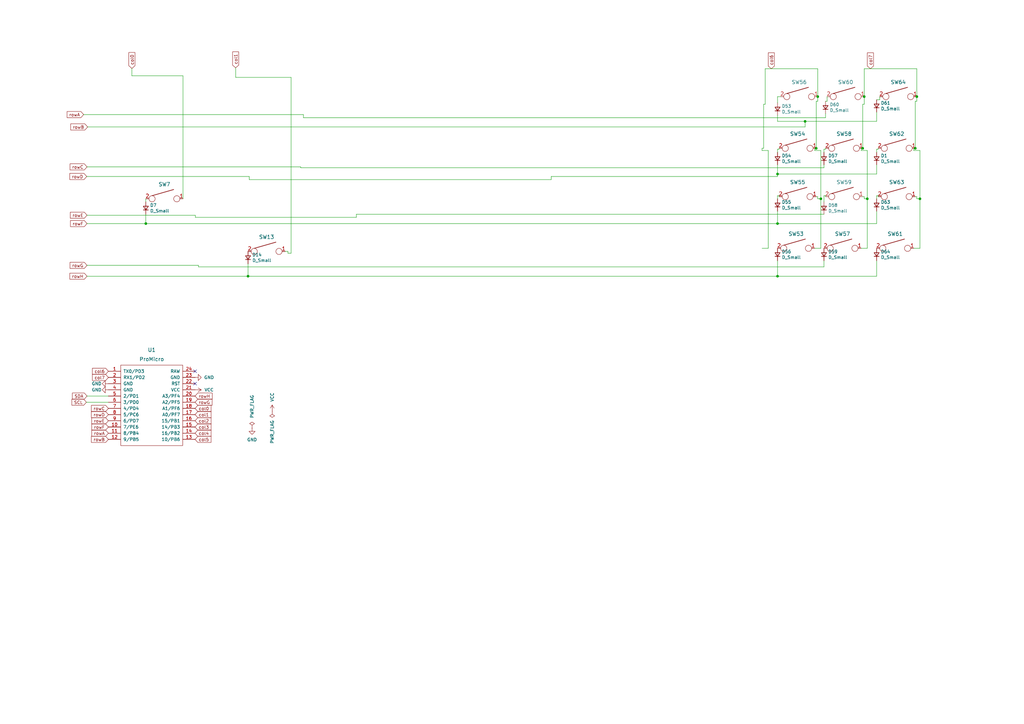
<source format=kicad_sch>
(kicad_sch (version 20230121) (generator eeschema)

  (uuid 6e95e507-f1eb-4f15-9c8c-351adc35a101)

  (paper "A3")

  (lib_symbols
    (symbol "Device:D_Small" (pin_numbers hide) (pin_names (offset 0.254) hide) (in_bom yes) (on_board yes)
      (property "Reference" "D" (at -1.27 2.032 0)
        (effects (font (size 1.27 1.27)) (justify left))
      )
      (property "Value" "D_Small" (at -3.81 -2.032 0)
        (effects (font (size 1.27 1.27)) (justify left))
      )
      (property "Footprint" "" (at 0 0 90)
        (effects (font (size 1.27 1.27)) hide)
      )
      (property "Datasheet" "~" (at 0 0 90)
        (effects (font (size 1.27 1.27)) hide)
      )
      (property "Sim.Device" "D" (at 0 0 0)
        (effects (font (size 1.27 1.27)) hide)
      )
      (property "Sim.Pins" "1=K 2=A" (at 0 0 0)
        (effects (font (size 1.27 1.27)) hide)
      )
      (property "ki_keywords" "diode" (at 0 0 0)
        (effects (font (size 1.27 1.27)) hide)
      )
      (property "ki_description" "Diode, small symbol" (at 0 0 0)
        (effects (font (size 1.27 1.27)) hide)
      )
      (property "ki_fp_filters" "TO-???* *_Diode_* *SingleDiode* D_*" (at 0 0 0)
        (effects (font (size 1.27 1.27)) hide)
      )
      (symbol "D_Small_0_1"
        (polyline
          (pts
            (xy -0.762 -1.016)
            (xy -0.762 1.016)
          )
          (stroke (width 0.254) (type default))
          (fill (type none))
        )
        (polyline
          (pts
            (xy -0.762 0)
            (xy 0.762 0)
          )
          (stroke (width 0) (type default))
          (fill (type none))
        )
        (polyline
          (pts
            (xy 0.762 -1.016)
            (xy -0.762 0)
            (xy 0.762 1.016)
            (xy 0.762 -1.016)
          )
          (stroke (width 0.254) (type default))
          (fill (type none))
        )
      )
      (symbol "D_Small_1_1"
        (pin passive line (at -2.54 0 0) (length 1.778)
          (name "K" (effects (font (size 1.27 1.27))))
          (number "1" (effects (font (size 1.27 1.27))))
        )
        (pin passive line (at 2.54 0 180) (length 1.778)
          (name "A" (effects (font (size 1.27 1.27))))
          (number "2" (effects (font (size 1.27 1.27))))
        )
      )
    )
    (symbol "keebio:ProMicro" (pin_names (offset 1.016)) (in_bom yes) (on_board yes)
      (property "Reference" "U" (at 0 0 0)
        (effects (font (size 1.524 1.524)))
      )
      (property "Value" "ProMicro" (at 0 -19.05 0)
        (effects (font (size 1.524 1.524)))
      )
      (property "Footprint" "" (at 26.67 -63.5 90)
        (effects (font (size 1.524 1.524)) hide)
      )
      (property "Datasheet" "" (at 26.67 -63.5 90)
        (effects (font (size 1.524 1.524)) hide)
      )
      (symbol "ProMicro_0_1"
        (rectangle (start -12.7 -16.51) (end 12.7 16.51)
          (stroke (width 0) (type default))
          (fill (type none))
        )
      )
      (symbol "ProMicro_1_1"
        (pin input line (at -17.78 13.97 0) (length 5.08)
          (name "TX0/PD3" (effects (font (size 1.27 1.27))))
          (number "1" (effects (font (size 1.27 1.27))))
        )
        (pin input line (at -17.78 -8.89 0) (length 5.08)
          (name "7/PE6" (effects (font (size 1.27 1.27))))
          (number "10" (effects (font (size 1.27 1.27))))
        )
        (pin input line (at -17.78 -11.43 0) (length 5.08)
          (name "8/PB4" (effects (font (size 1.27 1.27))))
          (number "11" (effects (font (size 1.27 1.27))))
        )
        (pin input line (at -17.78 -13.97 0) (length 5.08)
          (name "9/PB5" (effects (font (size 1.27 1.27))))
          (number "12" (effects (font (size 1.27 1.27))))
        )
        (pin input line (at 17.78 -13.97 180) (length 5.08)
          (name "10/PB6" (effects (font (size 1.27 1.27))))
          (number "13" (effects (font (size 1.27 1.27))))
        )
        (pin input line (at 17.78 -11.43 180) (length 5.08)
          (name "16/PB2" (effects (font (size 1.27 1.27))))
          (number "14" (effects (font (size 1.27 1.27))))
        )
        (pin input line (at 17.78 -8.89 180) (length 5.08)
          (name "14/PB3" (effects (font (size 1.27 1.27))))
          (number "15" (effects (font (size 1.27 1.27))))
        )
        (pin input line (at 17.78 -6.35 180) (length 5.08)
          (name "15/PB1" (effects (font (size 1.27 1.27))))
          (number "16" (effects (font (size 1.27 1.27))))
        )
        (pin input line (at 17.78 -3.81 180) (length 5.08)
          (name "A0/PF7" (effects (font (size 1.27 1.27))))
          (number "17" (effects (font (size 1.27 1.27))))
        )
        (pin input line (at 17.78 -1.27 180) (length 5.08)
          (name "A1/PF6" (effects (font (size 1.27 1.27))))
          (number "18" (effects (font (size 1.27 1.27))))
        )
        (pin input line (at 17.78 1.27 180) (length 5.08)
          (name "A2/PF5" (effects (font (size 1.27 1.27))))
          (number "19" (effects (font (size 1.27 1.27))))
        )
        (pin input line (at -17.78 11.43 0) (length 5.08)
          (name "RX1/PD2" (effects (font (size 1.27 1.27))))
          (number "2" (effects (font (size 1.27 1.27))))
        )
        (pin input line (at 17.78 3.81 180) (length 5.08)
          (name "A3/PF4" (effects (font (size 1.27 1.27))))
          (number "20" (effects (font (size 1.27 1.27))))
        )
        (pin input line (at 17.78 6.35 180) (length 5.08)
          (name "VCC" (effects (font (size 1.27 1.27))))
          (number "21" (effects (font (size 1.27 1.27))))
        )
        (pin input line (at 17.78 8.89 180) (length 5.08)
          (name "RST" (effects (font (size 1.27 1.27))))
          (number "22" (effects (font (size 1.27 1.27))))
        )
        (pin input line (at 17.78 11.43 180) (length 5.08)
          (name "GND" (effects (font (size 1.27 1.27))))
          (number "23" (effects (font (size 1.27 1.27))))
        )
        (pin input line (at 17.78 13.97 180) (length 5.08)
          (name "RAW" (effects (font (size 1.27 1.27))))
          (number "24" (effects (font (size 1.27 1.27))))
        )
        (pin input line (at -17.78 8.89 0) (length 5.08)
          (name "GND" (effects (font (size 1.27 1.27))))
          (number "3" (effects (font (size 1.27 1.27))))
        )
        (pin input line (at -17.78 6.35 0) (length 5.08)
          (name "GND" (effects (font (size 1.27 1.27))))
          (number "4" (effects (font (size 1.27 1.27))))
        )
        (pin input line (at -17.78 3.81 0) (length 5.08)
          (name "2/PD1" (effects (font (size 1.27 1.27))))
          (number "5" (effects (font (size 1.27 1.27))))
        )
        (pin input line (at -17.78 1.27 0) (length 5.08)
          (name "3/PD0" (effects (font (size 1.27 1.27))))
          (number "6" (effects (font (size 1.27 1.27))))
        )
        (pin input line (at -17.78 -1.27 0) (length 5.08)
          (name "4/PD4" (effects (font (size 1.27 1.27))))
          (number "7" (effects (font (size 1.27 1.27))))
        )
        (pin input line (at -17.78 -3.81 0) (length 5.08)
          (name "5/PC6" (effects (font (size 1.27 1.27))))
          (number "8" (effects (font (size 1.27 1.27))))
        )
        (pin input line (at -17.78 -6.35 0) (length 5.08)
          (name "6/PD7" (effects (font (size 1.27 1.27))))
          (number "9" (effects (font (size 1.27 1.27))))
        )
      )
    )
    (symbol "keyboard_parts:KEYSW" (pin_names (offset 1.016)) (in_bom yes) (on_board yes)
      (property "Reference" "K?" (at -1.27 0 0)
        (effects (font (size 1.524 1.524)))
      )
      (property "Value" "KEYSW" (at 0 -2.54 0)
        (effects (font (size 1.524 1.524)) hide)
      )
      (property "Footprint" "" (at 0 0 0)
        (effects (font (size 1.524 1.524)))
      )
      (property "Datasheet" "" (at 0 0 0)
        (effects (font (size 1.524 1.524)))
      )
      (symbol "KEYSW_0_1"
        (circle (center -5.08 0) (radius 1.27)
          (stroke (width 0) (type default))
          (fill (type none))
        )
        (polyline
          (pts
            (xy -5.08 1.27)
            (xy 3.81 3.81)
          )
          (stroke (width 0.254) (type default))
          (fill (type none))
        )
        (circle (center 5.08 0) (radius 1.27)
          (stroke (width 0) (type default))
          (fill (type none))
        )
      )
      (symbol "KEYSW_1_1"
        (pin passive line (at 7.62 0 180) (length 1.27)
          (name "~" (effects (font (size 1.524 1.524))))
          (number "1" (effects (font (size 1.524 1.524))))
        )
        (pin passive line (at -7.62 0 0) (length 1.27)
          (name "~" (effects (font (size 1.524 1.524))))
          (number "2" (effects (font (size 1.524 1.524))))
        )
      )
    )
    (symbol "power:GND" (power) (pin_names (offset 0)) (in_bom yes) (on_board yes)
      (property "Reference" "#PWR" (at 0 -6.35 0)
        (effects (font (size 1.27 1.27)) hide)
      )
      (property "Value" "GND" (at 0 -3.81 0)
        (effects (font (size 1.27 1.27)))
      )
      (property "Footprint" "" (at 0 0 0)
        (effects (font (size 1.27 1.27)) hide)
      )
      (property "Datasheet" "" (at 0 0 0)
        (effects (font (size 1.27 1.27)) hide)
      )
      (property "ki_keywords" "power-flag" (at 0 0 0)
        (effects (font (size 1.27 1.27)) hide)
      )
      (property "ki_description" "Power symbol creates a global label with name \"GND\" , ground" (at 0 0 0)
        (effects (font (size 1.27 1.27)) hide)
      )
      (symbol "GND_0_1"
        (polyline
          (pts
            (xy 0 0)
            (xy 0 -1.27)
            (xy 1.27 -1.27)
            (xy 0 -2.54)
            (xy -1.27 -1.27)
            (xy 0 -1.27)
          )
          (stroke (width 0) (type default))
          (fill (type none))
        )
      )
      (symbol "GND_1_1"
        (pin power_in line (at 0 0 270) (length 0) hide
          (name "GND" (effects (font (size 1.27 1.27))))
          (number "1" (effects (font (size 1.27 1.27))))
        )
      )
    )
    (symbol "power:PWR_FLAG" (power) (pin_numbers hide) (pin_names (offset 0) hide) (in_bom yes) (on_board yes)
      (property "Reference" "#FLG" (at 0 1.905 0)
        (effects (font (size 1.27 1.27)) hide)
      )
      (property "Value" "PWR_FLAG" (at 0 3.81 0)
        (effects (font (size 1.27 1.27)))
      )
      (property "Footprint" "" (at 0 0 0)
        (effects (font (size 1.27 1.27)) hide)
      )
      (property "Datasheet" "~" (at 0 0 0)
        (effects (font (size 1.27 1.27)) hide)
      )
      (property "ki_keywords" "power-flag" (at 0 0 0)
        (effects (font (size 1.27 1.27)) hide)
      )
      (property "ki_description" "Special symbol for telling ERC where power comes from" (at 0 0 0)
        (effects (font (size 1.27 1.27)) hide)
      )
      (symbol "PWR_FLAG_0_0"
        (pin power_out line (at 0 0 90) (length 0)
          (name "pwr" (effects (font (size 1.27 1.27))))
          (number "1" (effects (font (size 1.27 1.27))))
        )
      )
      (symbol "PWR_FLAG_0_1"
        (polyline
          (pts
            (xy 0 0)
            (xy 0 1.27)
            (xy -1.016 1.905)
            (xy 0 2.54)
            (xy 1.016 1.905)
            (xy 0 1.27)
          )
          (stroke (width 0) (type default))
          (fill (type none))
        )
      )
    )
    (symbol "power:VCC" (power) (pin_names (offset 0)) (in_bom yes) (on_board yes)
      (property "Reference" "#PWR" (at 0 -3.81 0)
        (effects (font (size 1.27 1.27)) hide)
      )
      (property "Value" "VCC" (at 0 3.81 0)
        (effects (font (size 1.27 1.27)))
      )
      (property "Footprint" "" (at 0 0 0)
        (effects (font (size 1.27 1.27)) hide)
      )
      (property "Datasheet" "" (at 0 0 0)
        (effects (font (size 1.27 1.27)) hide)
      )
      (property "ki_keywords" "power-flag" (at 0 0 0)
        (effects (font (size 1.27 1.27)) hide)
      )
      (property "ki_description" "Power symbol creates a global label with name \"VCC\"" (at 0 0 0)
        (effects (font (size 1.27 1.27)) hide)
      )
      (symbol "VCC_0_1"
        (polyline
          (pts
            (xy -0.762 1.27)
            (xy 0 2.54)
          )
          (stroke (width 0) (type default))
          (fill (type none))
        )
        (polyline
          (pts
            (xy 0 0)
            (xy 0 2.54)
          )
          (stroke (width 0) (type default))
          (fill (type none))
        )
        (polyline
          (pts
            (xy 0 2.54)
            (xy 0.762 1.27)
          )
          (stroke (width 0) (type default))
          (fill (type none))
        )
      )
      (symbol "VCC_1_1"
        (pin power_in line (at 0 0 90) (length 0) hide
          (name "VCC" (effects (font (size 1.27 1.27))))
          (number "1" (effects (font (size 1.27 1.27))))
        )
      )
    )
  )

  (junction (at 353.822 60.833) (diameter 0) (color 0 0 0 0)
    (uuid 04caf060-2000-4f2b-bdb8-41c95335472a)
  )
  (junction (at 318.897 113.284) (diameter 0) (color 0 0 0 0)
    (uuid 1b9d09bb-1633-411f-8196-3407e1f1653c)
  )
  (junction (at 336.677 81.534) (diameter 0) (color 0 0 0 0)
    (uuid 40532749-43cb-4aa4-8741-959cb8e3237c)
  )
  (junction (at 59.817 91.694) (diameter 0) (color 0 0 0 0)
    (uuid 48f6de4a-055d-48e3-be47-9b79be2fe72e)
  )
  (junction (at 335.407 39.624) (diameter 0) (color 0 0 0 0)
    (uuid 78e6f80f-7c68-496f-ab7a-e8d0fe1f140b)
  )
  (junction (at 101.727 113.284) (diameter 0) (color 0 0 0 0)
    (uuid 862be238-1e30-499a-82f9-4b111887be57)
  )
  (junction (at 330.2 49.784) (diameter 0) (color 0 0 0 0)
    (uuid 8a532d3c-70e4-4713-b6ff-5d1fbb9675e6)
  )
  (junction (at 318.897 91.694) (diameter 0) (color 0 0 0 0)
    (uuid 8d00fb96-bde8-45a7-b89c-2712b3a748db)
  )
  (junction (at 355.727 81.534) (diameter 0) (color 0 0 0 0)
    (uuid 9c98b4e8-03dc-43f3-a1ab-c45c6530b206)
  )
  (junction (at 354.457 39.624) (diameter 0) (color 0 0 0 0)
    (uuid a75bbfb8-c323-4c15-b084-12055e9f7c16)
  )
  (junction (at 377.317 81.534) (diameter 0) (color 0 0 0 0)
    (uuid b0d6677e-1e05-4f72-88c6-663e8e5b2a9c)
  )
  (junction (at 318.897 71.374) (diameter 0) (color 0 0 0 0)
    (uuid d79d0ccf-eba7-499b-af1f-9350ce846d77)
  )
  (junction (at 334.772 60.833) (diameter 0) (color 0 0 0 0)
    (uuid e3ef659d-5adf-424f-ac45-799ae8c8bca5)
  )
  (junction (at 375.412 60.833) (diameter 0) (color 0 0 0 0)
    (uuid e48cd1b3-81d5-4a7a-ac57-c360bb2c9ea8)
  )
  (junction (at 376.047 39.624) (diameter 0) (color 0 0 0 0)
    (uuid e867151a-7e67-4b7d-b707-40f2d861b8a9)
  )

  (no_connect (at 80.01 152.273) (uuid 57ff1f19-1843-4595-be79-90356973ebe3))
  (no_connect (at 80.01 157.353) (uuid d7fa523f-71f5-4bb7-862e-933803564a39))

  (wire (pts (xy 226.06 72.39) (xy 226.06 73.66))
    (stroke (width 0) (type default))
    (uuid 0044a8ea-e9dd-401a-b6c6-cd8b4a2c1741)
  )
  (wire (pts (xy 59.817 87.884) (xy 59.817 91.694))
    (stroke (width 0) (type default))
    (uuid 00975497-dbcb-42ba-893f-f7323ac4c103)
  )
  (wire (pts (xy 330.2 52.07) (xy 330.2 49.784))
    (stroke (width 0) (type default))
    (uuid 043ee90a-8e08-4b36-8dc6-4b9a6f874c47)
  )
  (wire (pts (xy 374.777 61.722) (xy 374.777 60.833))
    (stroke (width 0) (type default))
    (uuid 053353d9-5c93-457b-a355-39b5b0926631)
  )
  (wire (pts (xy 359.537 106.934) (xy 359.537 113.284))
    (stroke (width 0) (type default))
    (uuid 08285e15-374f-4ecd-af7d-b29a08cfd173)
  )
  (wire (pts (xy 118.11 103.84) (xy 118.11 103.124))
    (stroke (width 0) (type default))
    (uuid 09bb0dce-e3a1-45ce-9c2b-9185a479c581)
  )
  (wire (pts (xy 334.137 60.833) (xy 334.772 60.833))
    (stroke (width 0) (type default))
    (uuid 0b0b16ff-64d6-4c9a-84cc-46aa1fa930f7)
  )
  (wire (pts (xy 119.38 31.75) (xy 119.38 103.84))
    (stroke (width 0) (type default))
    (uuid 0b3736ca-dd0e-4699-9d85-470a37824263)
  )
  (wire (pts (xy 354.457 39.624) (xy 354.457 28.194))
    (stroke (width 0) (type default))
    (uuid 0c95f8e3-2f09-4f23-9455-68a6e021dcd7)
  )
  (wire (pts (xy 118.11 103.124) (xy 116.967 103.124))
    (stroke (width 0) (type default))
    (uuid 0fb98333-29e8-4c91-a396-d2941ac46ca6)
  )
  (wire (pts (xy 338.582 61.214) (xy 338.582 60.833))
    (stroke (width 0) (type default))
    (uuid 10e98b8c-8446-4ce4-a4ce-a31ca3fae203)
  )
  (wire (pts (xy 59.817 81.534) (xy 59.817 82.804))
    (stroke (width 0) (type default))
    (uuid 114cbcda-a26a-43fd-b623-108f22a420be)
  )
  (wire (pts (xy 318.897 71.374) (xy 359.537 71.374))
    (stroke (width 0) (type default))
    (uuid 13c72a44-c9c4-4f3e-a4b4-cd8980108e59)
  )
  (wire (pts (xy 318.897 39.624) (xy 318.897 42.164))
    (stroke (width 0) (type default))
    (uuid 149cdf04-7dce-4a6c-a301-fe4af887cf05)
  )
  (wire (pts (xy 377.317 61.722) (xy 377.317 81.534))
    (stroke (width 0) (type default))
    (uuid 149e5980-fb46-419c-ab45-5740a086b656)
  )
  (wire (pts (xy 318.897 91.694) (xy 318.897 86.614))
    (stroke (width 0) (type default))
    (uuid 177ca69d-8e63-4f2f-b741-a82c0157e183)
  )
  (wire (pts (xy 318.897 61.214) (xy 319.532 61.214))
    (stroke (width 0) (type default))
    (uuid 1891e098-88f2-460c-b797-b49db80e7d18)
  )
  (wire (pts (xy 336.677 81.534) (xy 335.407 81.534))
    (stroke (width 0) (type default))
    (uuid 199c8615-12db-4b22-9f87-4ac87f9e1074)
  )
  (wire (pts (xy 353.187 60.833) (xy 353.822 60.833))
    (stroke (width 0) (type default))
    (uuid 1a4ee327-a050-4d07-91d4-12911e5b2e23)
  )
  (wire (pts (xy 337.947 109.474) (xy 337.947 106.934))
    (stroke (width 0) (type default))
    (uuid 1c8d5c7b-7ff7-41d0-9fdb-14a8fddd76c4)
  )
  (wire (pts (xy 338.582 48.26) (xy 338.582 46.609))
    (stroke (width 0) (type default))
    (uuid 1c9b4d1f-6003-4df3-a574-7f6e2719e9cb)
  )
  (wire (pts (xy 375.412 41.529) (xy 375.412 60.833))
    (stroke (width 0) (type default))
    (uuid 1d674111-d3ed-4a35-b84c-526c0f625059)
  )
  (wire (pts (xy 360.807 40.894) (xy 360.807 39.624))
    (stroke (width 0) (type default))
    (uuid 1e5d57ce-9388-4401-b036-6a63bc835ae3)
  )
  (wire (pts (xy 34.29 46.99) (xy 124.46 46.99))
    (stroke (width 0) (type default))
    (uuid 1f16d7ef-590a-4a62-8a18-3bf871455280)
  )
  (wire (pts (xy 376.047 41.529) (xy 375.412 41.529))
    (stroke (width 0) (type default))
    (uuid 206a225b-809f-46e3-9eec-24ac7065cbc5)
  )
  (wire (pts (xy 359.537 61.214) (xy 359.537 62.484))
    (stroke (width 0) (type default))
    (uuid 217381f6-3219-41f9-aa97-1b880cc9aa6b)
  )
  (wire (pts (xy 355.727 61.722) (xy 355.727 81.534))
    (stroke (width 0) (type default))
    (uuid 22d8c94a-7280-4a41-a45b-dff42f9680d3)
  )
  (wire (pts (xy 353.187 61.722) (xy 353.187 60.833))
    (stroke (width 0) (type default))
    (uuid 24adb921-2820-4057-87f5-8d8d72058f7d)
  )
  (wire (pts (xy 35.687 162.433) (xy 44.45 162.433))
    (stroke (width 0) (type default))
    (uuid 257d77c9-2ae6-4bab-9809-c75ba5fbbaa6)
  )
  (wire (pts (xy 313.817 28.194) (xy 313.817 42.799))
    (stroke (width 0) (type default))
    (uuid 25ecf24b-f34e-43c2-8524-2f7e0f239e11)
  )
  (wire (pts (xy 96.647 31.75) (xy 96.647 27.813))
    (stroke (width 0) (type default))
    (uuid 29c3ffec-5b2e-407f-9d56-085f171fbf13)
  )
  (wire (pts (xy 118.11 103.84) (xy 119.38 103.84))
    (stroke (width 0) (type default))
    (uuid 2d9a1725-747f-4ec5-a06e-a597fcf8e167)
  )
  (wire (pts (xy 35.687 108.839) (xy 81.407 108.839))
    (stroke (width 0) (type default))
    (uuid 2df147db-8137-43fd-a7e9-24146cbb747e)
  )
  (wire (pts (xy 318.897 80.264) (xy 318.897 81.534))
    (stroke (width 0) (type default))
    (uuid 30b12f1d-8753-428e-96a7-790e7333408b)
  )
  (wire (pts (xy 353.822 42.799) (xy 353.822 60.833))
    (stroke (width 0) (type default))
    (uuid 32aa3c08-26f3-4262-b9fd-7fe7f6604a89)
  )
  (wire (pts (xy 334.137 61.722) (xy 334.137 60.833))
    (stroke (width 0) (type default))
    (uuid 34bea1d8-a622-4b2e-85af-951f274cbb5e)
  )
  (wire (pts (xy 354.457 80.645) (xy 353.822 80.645))
    (stroke (width 0) (type default))
    (uuid 3592ab2b-7ea6-466f-8f26-47e558be754c)
  )
  (wire (pts (xy 318.897 61.214) (xy 318.897 62.484))
    (stroke (width 0) (type default))
    (uuid 367db7a2-af98-4da7-817c-a5f7ca2c58fd)
  )
  (wire (pts (xy 35.56 72.39) (xy 102.235 72.39))
    (stroke (width 0) (type default))
    (uuid 384b4dcf-f6fd-4a45-9927-c2486b247e7a)
  )
  (wire (pts (xy 377.317 61.722) (xy 374.777 61.722))
    (stroke (width 0) (type default))
    (uuid 3949762b-5811-4f05-9c3b-31d28ea4a94e)
  )
  (wire (pts (xy 374.777 60.833) (xy 375.412 60.833))
    (stroke (width 0) (type default))
    (uuid 3aa08b0b-6bf9-4358-9f0b-99a3b7935fc4)
  )
  (wire (pts (xy 337.947 80.264) (xy 337.947 82.804))
    (stroke (width 0) (type default))
    (uuid 3cafc14b-9e9c-4c04-9550-a03ac558a21a)
  )
  (wire (pts (xy 81.407 109.474) (xy 337.947 109.474))
    (stroke (width 0) (type default))
    (uuid 3d093d6e-756a-43ac-bc50-b5c8ff6557e9)
  )
  (wire (pts (xy 355.727 101.854) (xy 355.727 81.534))
    (stroke (width 0) (type default))
    (uuid 41e1cbcf-6503-4cfb-9994-e17323cb5d98)
  )
  (wire (pts (xy 354.457 81.534) (xy 354.457 80.645))
    (stroke (width 0) (type default))
    (uuid 43fbeda2-db89-4a8e-9cee-4b7c6d32d36f)
  )
  (wire (pts (xy 377.317 101.854) (xy 377.317 81.534))
    (stroke (width 0) (type default))
    (uuid 46a0cce7-b5c7-47f6-9d6f-fe814cb1a15d)
  )
  (wire (pts (xy 80.137 89.154) (xy 146.177 89.154))
    (stroke (width 0) (type default))
    (uuid 4a728e6e-1d09-479b-a175-eff2e8b31dd8)
  )
  (wire (pts (xy 54.102 31.115) (xy 75.057 31.115))
    (stroke (width 0) (type default))
    (uuid 4ad65a23-aac6-460b-a937-13189511d73c)
  )
  (wire (pts (xy 75.057 31.115) (xy 75.057 81.534))
    (stroke (width 0) (type default))
    (uuid 4cc0a2cb-3ada-479f-a7d9-107496176bf6)
  )
  (wire (pts (xy 313.817 42.799) (xy 313.182 42.799))
    (stroke (width 0) (type default))
    (uuid 4f235926-fd50-41dd-8fbf-be5f7b0acc2b)
  )
  (wire (pts (xy 102.235 73.66) (xy 226.06 73.66))
    (stroke (width 0) (type default))
    (uuid 507d124e-51c1-4e0a-9d59-8a6346c212f0)
  )
  (wire (pts (xy 315.087 61.722) (xy 315.087 101.854))
    (stroke (width 0) (type default))
    (uuid 52e395bb-16ed-4758-b283-07814eb71454)
  )
  (wire (pts (xy 334.772 41.529) (xy 334.772 60.833))
    (stroke (width 0) (type default))
    (uuid 538ed551-18df-409a-bc98-8bf88981736e)
  )
  (wire (pts (xy 337.947 61.214) (xy 337.947 62.484))
    (stroke (width 0) (type default))
    (uuid 55cbb184-14fd-4d65-be3a-0789c365a726)
  )
  (wire (pts (xy 59.817 91.694) (xy 318.897 91.694))
    (stroke (width 0) (type default))
    (uuid 55dea2f1-69a4-44b6-b94a-1b86052ab72d)
  )
  (wire (pts (xy 102.235 73.66) (xy 102.235 72.39))
    (stroke (width 0) (type default))
    (uuid 5702a769-d89b-4fe6-a273-e6fae49b3790)
  )
  (wire (pts (xy 376.047 39.624) (xy 376.047 41.529))
    (stroke (width 0) (type default))
    (uuid 58ffaddc-9880-4a37-af59-c471ba05b799)
  )
  (wire (pts (xy 80.137 89.154) (xy 80.137 88.265))
    (stroke (width 0) (type default))
    (uuid 595e2a50-0dc8-4c4e-aae9-16731c2ec612)
  )
  (wire (pts (xy 35.687 88.265) (xy 80.137 88.265))
    (stroke (width 0) (type default))
    (uuid 605594aa-dcb5-46ec-8d1a-e1adbc8a8a74)
  )
  (wire (pts (xy 355.727 61.722) (xy 353.187 61.722))
    (stroke (width 0) (type default))
    (uuid 6232fca4-c360-45da-b66a-d814817cf6a6)
  )
  (wire (pts (xy 339.217 41.529) (xy 338.582 41.529))
    (stroke (width 0) (type default))
    (uuid 62ad27d2-3559-4cea-9adc-ac5f4109d0e0)
  )
  (wire (pts (xy 313.817 28.194) (xy 335.407 28.194))
    (stroke (width 0) (type default))
    (uuid 63586345-a71f-4755-865e-9a970ad3aa5e)
  )
  (wire (pts (xy 81.407 109.474) (xy 81.407 108.839))
    (stroke (width 0) (type default))
    (uuid 68cf3641-5ee2-48a2-8f30-2ec2bb0df1d2)
  )
  (wire (pts (xy 359.537 80.264) (xy 359.537 81.534))
    (stroke (width 0) (type default))
    (uuid 6bb293b7-676c-4ee4-8fd8-4bbe232fee0e)
  )
  (wire (pts (xy 318.897 91.694) (xy 359.537 91.694))
    (stroke (width 0) (type default))
    (uuid 6c59644d-f8d6-442f-93e6-cc806c1a731f)
  )
  (wire (pts (xy 359.537 91.694) (xy 359.537 86.614))
    (stroke (width 0) (type default))
    (uuid 6c7da35c-9137-4def-812a-b2de6c055e78)
  )
  (wire (pts (xy 101.727 113.284) (xy 318.897 113.284))
    (stroke (width 0) (type default))
    (uuid 6cea95a2-fb68-4743-ac1d-acbbba99a92f)
  )
  (wire (pts (xy 336.677 101.854) (xy 336.677 81.534))
    (stroke (width 0) (type default))
    (uuid 6d62cbf1-895b-45b3-9d78-1500e85bf9ef)
  )
  (wire (pts (xy 338.582 80.264) (xy 338.582 80.645))
    (stroke (width 0) (type default))
    (uuid 6f86fd58-112d-4ad7-85ce-9a1c5df9ec39)
  )
  (wire (pts (xy 335.407 81.534) (xy 335.407 80.645))
    (stroke (width 0) (type default))
    (uuid 706fd702-b146-43d1-9685-a45beccd6d97)
  )
  (wire (pts (xy 353.187 101.854) (xy 355.727 101.854))
    (stroke (width 0) (type default))
    (uuid 707a8318-ceeb-477d-a810-a9da84dee44d)
  )
  (wire (pts (xy 336.677 61.722) (xy 336.677 81.534))
    (stroke (width 0) (type default))
    (uuid 709aad0e-d8b4-4cbc-b53b-efe80687cdac)
  )
  (wire (pts (xy 319.532 80.264) (xy 319.532 80.645))
    (stroke (width 0) (type default))
    (uuid 70d4deec-5ca2-4ee8-b649-93e217026e3c)
  )
  (wire (pts (xy 123.317 68.453) (xy 123.317 68.834))
    (stroke (width 0) (type default))
    (uuid 71ee3bfb-a33c-4257-b8e2-cddc87fe7b7b)
  )
  (wire (pts (xy 359.537 40.894) (xy 360.807 40.894))
    (stroke (width 0) (type default))
    (uuid 71ef29bc-6547-443f-8d91-53098c2d0a99)
  )
  (wire (pts (xy 35.433 164.973) (xy 44.45 164.973))
    (stroke (width 0) (type default))
    (uuid 7243aa16-8a87-48c6-8b9a-1283a5069e80)
  )
  (wire (pts (xy 360.172 80.264) (xy 360.172 80.645))
    (stroke (width 0) (type default))
    (uuid 7d2ed584-787c-41bd-ba6f-ed6262c8f087)
  )
  (wire (pts (xy 35.941 52.07) (xy 330.2 52.07))
    (stroke (width 0) (type default))
    (uuid 7d8e289e-f04e-4906-b1e5-076b88468751)
  )
  (wire (pts (xy 377.317 81.534) (xy 376.047 81.534))
    (stroke (width 0) (type default))
    (uuid 83c55b24-c2b0-4ed0-a09e-88824abdf0ee)
  )
  (wire (pts (xy 35.687 91.694) (xy 59.817 91.694))
    (stroke (width 0) (type default))
    (uuid 851ea7bc-d9b1-4f50-b4b3-8d1733b3992b)
  )
  (wire (pts (xy 101.727 108.204) (xy 101.727 113.284))
    (stroke (width 0) (type default))
    (uuid 89ae6a99-b95b-4f4a-b719-0459430e0f96)
  )
  (wire (pts (xy 318.897 49.784) (xy 318.897 47.244))
    (stroke (width 0) (type default))
    (uuid 8fae2600-7a54-48f0-b6a8-9346541716cb)
  )
  (wire (pts (xy 339.217 39.624) (xy 339.217 41.529))
    (stroke (width 0) (type default))
    (uuid 90afeb7f-d627-4db1-a9c7-448f9986a349)
  )
  (wire (pts (xy 313.182 42.799) (xy 313.182 60.833))
    (stroke (width 0) (type default))
    (uuid 92007b6f-8b2a-4db7-abb2-86f9e092c105)
  )
  (wire (pts (xy 355.727 81.534) (xy 354.457 81.534))
    (stroke (width 0) (type default))
    (uuid 96727d09-97b0-43f8-b4a0-7308e2193c85)
  )
  (wire (pts (xy 335.407 41.529) (xy 334.772 41.529))
    (stroke (width 0) (type default))
    (uuid 9bf6d691-96f2-463a-b416-cf44bbdc1c3d)
  )
  (wire (pts (xy 35.687 68.453) (xy 123.317 68.453))
    (stroke (width 0) (type default))
    (uuid 9d1485f8-2572-4398-96f3-97f5b0a309e8)
  )
  (wire (pts (xy 354.457 42.799) (xy 353.822 42.799))
    (stroke (width 0) (type default))
    (uuid 9d2dc3de-56cf-4349-97dc-0aff90355e52)
  )
  (wire (pts (xy 359.537 71.374) (xy 359.537 67.564))
    (stroke (width 0) (type default))
    (uuid 9fd16ee6-649e-4cf8-8b6f-8b0bcc75dc90)
  )
  (wire (pts (xy 354.457 39.624) (xy 354.457 42.799))
    (stroke (width 0) (type default))
    (uuid a2b188df-ab79-42b4-95fd-3aaff42d8071)
  )
  (wire (pts (xy 376.047 81.534) (xy 376.047 80.645))
    (stroke (width 0) (type default))
    (uuid a6903fee-0e01-4fa8-aadf-6752ba58a70b)
  )
  (wire (pts (xy 312.547 101.854) (xy 315.087 101.854))
    (stroke (width 0) (type default))
    (uuid a7a5a702-3d89-4083-a5b1-dd9e7336a17b)
  )
  (wire (pts (xy 359.537 49.784) (xy 359.537 45.974))
    (stroke (width 0) (type default))
    (uuid a87cc58e-2c9c-4ac7-91ee-5dc9c194ef59)
  )
  (wire (pts (xy 312.547 60.833) (xy 313.182 60.833))
    (stroke (width 0) (type default))
    (uuid aaf6a8bb-62c5-43dd-a544-3910984f9829)
  )
  (wire (pts (xy 335.407 80.645) (xy 334.772 80.645))
    (stroke (width 0) (type default))
    (uuid abfadd90-bb24-430d-85b6-9379c2863a52)
  )
  (wire (pts (xy 319.532 61.214) (xy 319.532 60.833))
    (stroke (width 0) (type default))
    (uuid ae7bdc7e-b1fa-4319-95bf-719cddb5d0f6)
  )
  (wire (pts (xy 337.947 80.264) (xy 338.582 80.264))
    (stroke (width 0) (type default))
    (uuid b4fdfdbb-904a-4f16-935a-cc918dfe9dea)
  )
  (wire (pts (xy 360.172 61.214) (xy 360.172 60.833))
    (stroke (width 0) (type default))
    (uuid b9842d8d-f45e-4c4e-b963-842f00b9ee2b)
  )
  (wire (pts (xy 334.137 101.854) (xy 336.677 101.854))
    (stroke (width 0) (type default))
    (uuid bff67b95-878c-4688-aa1e-ca42361310ce)
  )
  (wire (pts (xy 318.897 113.284) (xy 359.537 113.284))
    (stroke (width 0) (type default))
    (uuid c030183b-cba2-4027-bfa0-e04b03a8c17a)
  )
  (wire (pts (xy 124.46 46.99) (xy 124.46 48.26))
    (stroke (width 0) (type default))
    (uuid c2402c9e-a13a-42ae-83b3-10b198b0cbc6)
  )
  (wire (pts (xy 318.897 71.374) (xy 318.897 67.564))
    (stroke (width 0) (type default))
    (uuid c6169db9-1049-4fbb-b958-8255d7b290e7)
  )
  (wire (pts (xy 318.897 49.784) (xy 330.2 49.784))
    (stroke (width 0) (type default))
    (uuid c64f1cf3-40a1-43e0-838a-123338aa057d)
  )
  (wire (pts (xy 318.897 80.264) (xy 319.532 80.264))
    (stroke (width 0) (type default))
    (uuid cb9b3349-3ad6-4192-869c-68c072813dc2)
  )
  (wire (pts (xy 146.177 89.154) (xy 146.177 87.884))
    (stroke (width 0) (type default))
    (uuid cc2f82be-cfd4-4712-94d1-27ef573927e1)
  )
  (wire (pts (xy 312.547 61.722) (xy 312.547 60.833))
    (stroke (width 0) (type default))
    (uuid cc755733-6c5d-4de4-b9e0-fe794c170a04)
  )
  (wire (pts (xy 123.317 68.834) (xy 337.947 68.834))
    (stroke (width 0) (type default))
    (uuid cda34e7f-becf-4606-906b-b9ed5e4f5dc1)
  )
  (wire (pts (xy 374.777 101.854) (xy 377.317 101.854))
    (stroke (width 0) (type default))
    (uuid cdac0d2d-cbfc-45e2-9f40-7106ac234eb9)
  )
  (wire (pts (xy 376.047 28.194) (xy 376.047 39.624))
    (stroke (width 0) (type default))
    (uuid ce48e63e-6570-40c2-bb37-d4e8616836ec)
  )
  (wire (pts (xy 226.06 72.39) (xy 318.897 72.39))
    (stroke (width 0) (type default))
    (uuid d05104a5-ab74-4ef2-b53c-1c27f07b41dc)
  )
  (wire (pts (xy 359.537 61.214) (xy 360.172 61.214))
    (stroke (width 0) (type default))
    (uuid d08803ec-059b-4100-a70b-90dc37cac0d2)
  )
  (wire (pts (xy 54.102 31.115) (xy 54.102 28.067))
    (stroke (width 0) (type default))
    (uuid d7244416-8afe-4c37-abdc-4aa0f1d3318b)
  )
  (wire (pts (xy 336.677 61.722) (xy 334.137 61.722))
    (stroke (width 0) (type default))
    (uuid d731df0b-f831-4221-b3f0-6b1272f654f9)
  )
  (wire (pts (xy 337.947 68.834) (xy 337.947 67.564))
    (stroke (width 0) (type default))
    (uuid de17db04-432b-4249-86fe-bae6dbfc8777)
  )
  (wire (pts (xy 315.087 61.722) (xy 312.547 61.722))
    (stroke (width 0) (type default))
    (uuid de3c57b9-32f3-4a2e-b73e-afe6c911843b)
  )
  (wire (pts (xy 330.2 49.784) (xy 359.537 49.784))
    (stroke (width 0) (type default))
    (uuid e0eb8b3a-a7e7-4829-aa01-503cf17b0046)
  )
  (wire (pts (xy 318.897 39.624) (xy 320.167 39.624))
    (stroke (width 0) (type default))
    (uuid e1c995ea-131e-4f6c-ad6c-811f1af02f82)
  )
  (wire (pts (xy 335.407 28.194) (xy 335.407 39.624))
    (stroke (width 0) (type default))
    (uuid e21d31bd-a0dc-41a6-af59-57fe7c8d05d4)
  )
  (wire (pts (xy 318.897 106.934) (xy 318.897 113.284))
    (stroke (width 0) (type default))
    (uuid e421d9a2-41e9-4e68-a407-95ef795ebe22)
  )
  (wire (pts (xy 354.457 28.194) (xy 376.047 28.194))
    (stroke (width 0) (type default))
    (uuid e9d79844-679a-4ba7-9ac0-015db1eb63bd)
  )
  (wire (pts (xy 146.177 87.884) (xy 337.947 87.884))
    (stroke (width 0) (type default))
    (uuid f136bae7-703b-4838-aff5-5b8d33e6c29e)
  )
  (wire (pts (xy 119.38 31.75) (xy 96.647 31.75))
    (stroke (width 0) (type default))
    (uuid f9a6a414-58a7-4d18-85ec-b515ea745eb0)
  )
  (wire (pts (xy 376.047 80.645) (xy 375.412 80.645))
    (stroke (width 0) (type default))
    (uuid f9b7c37e-23cc-4828-aff7-1a2cc8ee778a)
  )
  (wire (pts (xy 335.407 39.624) (xy 335.407 41.529))
    (stroke (width 0) (type default))
    (uuid fa22922c-081b-4372-b892-dd85dada4e4d)
  )
  (wire (pts (xy 359.537 80.264) (xy 360.172 80.264))
    (stroke (width 0) (type default))
    (uuid fa63452d-cb6f-4a59-96bc-edfcdff9a1fe)
  )
  (wire (pts (xy 337.947 61.214) (xy 338.582 61.214))
    (stroke (width 0) (type default))
    (uuid fb13eb85-f066-451e-8d23-81402d55185b)
  )
  (wire (pts (xy 35.687 113.284) (xy 101.727 113.284))
    (stroke (width 0) (type default))
    (uuid fcdeeba6-933c-4504-a7b0-71769ddbdacd)
  )
  (wire (pts (xy 318.897 72.39) (xy 318.897 71.374))
    (stroke (width 0) (type default))
    (uuid fcffacb0-2822-4903-9cdc-43f095743daf)
  )
  (wire (pts (xy 124.46 48.26) (xy 338.582 48.26))
    (stroke (width 0) (type default))
    (uuid fdc38729-1daf-4c3d-8f81-3cb9e8ba332c)
  )

  (global_label "col3" (shape input) (at 80.01 175.133 0) (fields_autoplaced)
    (effects (font (size 1.27 1.27)) (justify left))
    (uuid 105d716b-1bc8-441d-b7a1-7cee419778b1)
    (property "Intersheetrefs" "${INTERSHEET_REFS}" (at 86.5355 175.0536 0)
      (effects (font (size 1.27 1.27)) (justify left) hide)
    )
  )
  (global_label "rowD" (shape input) (at 44.45 170.053 180) (fields_autoplaced)
    (effects (font (size 1.27 1.27)) (justify right))
    (uuid 1665acdd-da4c-41d3-9560-6e4c111b1003)
    (property "Intersheetrefs" "${INTERSHEET_REFS}" (at 37.5012 169.9736 0)
      (effects (font (size 1.27 1.27)) (justify right) hide)
    )
  )
  (global_label "SDA" (shape input) (at 35.687 162.433 180) (fields_autoplaced)
    (effects (font (size 1.27 1.27)) (justify right))
    (uuid 16b2aa76-c674-404b-a233-1ad75c8b3aab)
    (property "Intersheetrefs" "${INTERSHEET_REFS}" (at 29.7058 162.3536 0)
      (effects (font (size 1.27 1.27)) (justify right) hide)
    )
  )
  (global_label "rowE" (shape input) (at 44.45 172.593 180) (fields_autoplaced)
    (effects (font (size 1.27 1.27)) (justify right))
    (uuid 18ab06c0-9054-4ec6-813f-bc4622161733)
    (property "Intersheetrefs" "${INTERSHEET_REFS}" (at 37.6221 172.5136 0)
      (effects (font (size 1.27 1.27)) (justify right) hide)
    )
  )
  (global_label "col7" (shape input) (at 356.997 28.194 90) (fields_autoplaced)
    (effects (font (size 1.27 1.27)) (justify left))
    (uuid 1a594810-a67f-4f11-b9e4-eb1c1e1428c2)
    (property "Intersheetrefs" "${INTERSHEET_REFS}" (at 356.997 21.1759 90)
      (effects (font (size 1.27 1.27)) (justify left) hide)
    )
  )
  (global_label "rowH" (shape input) (at 80.01 162.433 0) (fields_autoplaced)
    (effects (font (size 1.27 1.27)) (justify left))
    (uuid 224b41e6-e9c0-45f7-94be-ee2fe641061a)
    (property "Intersheetrefs" "${INTERSHEET_REFS}" (at 87.0193 162.5124 0)
      (effects (font (size 1.27 1.27)) (justify left) hide)
    )
  )
  (global_label "col4" (shape input) (at 80.01 177.673 0) (fields_autoplaced)
    (effects (font (size 1.27 1.27)) (justify left))
    (uuid 23e56b55-8a1a-41e8-9359-5377980ecea0)
    (property "Intersheetrefs" "${INTERSHEET_REFS}" (at 87.0281 177.673 0)
      (effects (font (size 1.27 1.27)) (justify left) hide)
    )
  )
  (global_label "col2" (shape input) (at 80.01 172.593 0) (fields_autoplaced)
    (effects (font (size 1.27 1.27)) (justify left))
    (uuid 24558d58-4dca-4fcf-9e95-74eb120d30c1)
    (property "Intersheetrefs" "${INTERSHEET_REFS}" (at 86.5355 172.5136 0)
      (effects (font (size 1.27 1.27)) (justify left) hide)
    )
  )
  (global_label "col0" (shape input) (at 80.01 167.513 0) (fields_autoplaced)
    (effects (font (size 1.27 1.27)) (justify left))
    (uuid 2f7ddde7-1fb4-43bb-93a8-a6ab7d2104ec)
    (property "Intersheetrefs" "${INTERSHEET_REFS}" (at 101.6 129.413 0)
      (effects (font (size 1.27 1.27)) hide)
    )
  )
  (global_label "rowB" (shape input) (at 44.45 180.213 180) (fields_autoplaced)
    (effects (font (size 1.27 1.27)) (justify right))
    (uuid 33271a9c-25f8-48ba-88e7-df4e9e0380ae)
    (property "Intersheetrefs" "${INTERSHEET_REFS}" (at 37.5012 180.1336 0)
      (effects (font (size 1.27 1.27)) (justify right) hide)
    )
  )
  (global_label "rowF" (shape input) (at 35.687 91.694 180) (fields_autoplaced)
    (effects (font (size 1.27 1.27)) (justify right))
    (uuid 34645660-e3cf-431f-beab-115f9656b067)
    (property "Intersheetrefs" "${INTERSHEET_REFS}" (at 28.9196 91.6146 0)
      (effects (font (size 1.27 1.27)) (justify right) hide)
    )
  )
  (global_label "rowC" (shape input) (at 44.45 167.513 180) (fields_autoplaced)
    (effects (font (size 1.27 1.27)) (justify right))
    (uuid 3f5a7f77-1985-4a9a-8b71-18691abf2a2f)
    (property "Intersheetrefs" "${INTERSHEET_REFS}" (at 37.5012 167.4336 0)
      (effects (font (size 1.27 1.27)) (justify right) hide)
    )
  )
  (global_label "SCL" (shape input) (at 35.433 164.973 180) (fields_autoplaced)
    (effects (font (size 1.27 1.27)) (justify right))
    (uuid 45ad955e-7ee1-4411-a7e7-51bf5bc89b26)
    (property "Intersheetrefs" "${INTERSHEET_REFS}" (at 29.5123 164.8936 0)
      (effects (font (size 1.27 1.27)) (justify right) hide)
    )
  )
  (global_label "col0" (shape input) (at 54.102 28.067 90) (fields_autoplaced)
    (effects (font (size 1.27 1.27)) (justify left))
    (uuid 58983e79-eb47-491a-aa07-394866873497)
    (property "Intersheetrefs" "${INTERSHEET_REFS}" (at 16.002 6.477 0)
      (effects (font (size 1.27 1.27)) hide)
    )
  )
  (global_label "col6" (shape input) (at 316.357 28.194 90) (fields_autoplaced)
    (effects (font (size 1.27 1.27)) (justify left))
    (uuid 5cd1967c-5d47-49cf-beb4-0423192266a4)
    (property "Intersheetrefs" "${INTERSHEET_REFS}" (at 316.357 21.1759 90)
      (effects (font (size 1.27 1.27)) (justify left) hide)
    )
  )
  (global_label "rowC" (shape input) (at 35.687 68.453 180) (fields_autoplaced)
    (effects (font (size 1.27 1.27)) (justify right))
    (uuid 7db78c8c-fd62-4541-984e-d5040f64b547)
    (property "Intersheetrefs" "${INTERSHEET_REFS}" (at 28.7382 68.3736 0)
      (effects (font (size 1.27 1.27)) (justify right) hide)
    )
  )
  (global_label "rowA" (shape input) (at 44.45 177.673 180) (fields_autoplaced)
    (effects (font (size 1.27 1.27)) (justify right))
    (uuid 7ffe7f8c-2288-4233-8d5a-cec6421c30a5)
    (property "Intersheetrefs" "${INTERSHEET_REFS}" (at 37.6826 177.5936 0)
      (effects (font (size 1.27 1.27)) (justify right) hide)
    )
  )
  (global_label "rowF" (shape input) (at 44.45 175.133 180) (fields_autoplaced)
    (effects (font (size 1.27 1.27)) (justify right))
    (uuid 983786c5-9aba-41af-9ec9-0310fafdb2f2)
    (property "Intersheetrefs" "${INTERSHEET_REFS}" (at 37.6826 175.0536 0)
      (effects (font (size 1.27 1.27)) (justify right) hide)
    )
  )
  (global_label "rowD" (shape input) (at 35.56 72.39 180) (fields_autoplaced)
    (effects (font (size 1.27 1.27)) (justify right))
    (uuid 9c02e3ec-d244-4db0-8781-7689086a933c)
    (property "Intersheetrefs" "${INTERSHEET_REFS}" (at 28.6112 72.3106 0)
      (effects (font (size 1.27 1.27)) (justify right) hide)
    )
  )
  (global_label "col5" (shape input) (at 80.01 180.213 0) (fields_autoplaced)
    (effects (font (size 1.27 1.27)) (justify left))
    (uuid ade5cc03-a04f-4554-b5ce-521b12d05a85)
    (property "Intersheetrefs" "${INTERSHEET_REFS}" (at 87.0281 180.213 0)
      (effects (font (size 1.27 1.27)) (justify left) hide)
    )
  )
  (global_label "rowB" (shape input) (at 35.941 52.07 180) (fields_autoplaced)
    (effects (font (size 1.27 1.27)) (justify right))
    (uuid b415a873-9ef2-4980-aa5c-057cbf847e23)
    (property "Intersheetrefs" "${INTERSHEET_REFS}" (at 28.9922 51.9906 0)
      (effects (font (size 1.27 1.27)) (justify right) hide)
    )
  )
  (global_label "rowA" (shape input) (at 34.29 46.99 180) (fields_autoplaced)
    (effects (font (size 1.27 1.27)) (justify right))
    (uuid b456b40e-d2fe-4ec5-9383-16a9d3ff8c1c)
    (property "Intersheetrefs" "${INTERSHEET_REFS}" (at 27.5226 46.9106 0)
      (effects (font (size 1.27 1.27)) (justify right) hide)
    )
  )
  (global_label "rowG" (shape input) (at 35.687 108.839 180) (fields_autoplaced)
    (effects (font (size 1.27 1.27)) (justify right))
    (uuid c10f5cee-293e-4c2f-9856-d022218c3100)
    (property "Intersheetrefs" "${INTERSHEET_REFS}" (at 28.7382 108.7596 0)
      (effects (font (size 1.27 1.27)) (justify right) hide)
    )
  )
  (global_label "rowH" (shape input) (at 35.687 113.284 180) (fields_autoplaced)
    (effects (font (size 1.27 1.27)) (justify right))
    (uuid cee18f6f-5236-469d-b343-8a0233d4cff1)
    (property "Intersheetrefs" "${INTERSHEET_REFS}" (at 28.6777 113.2046 0)
      (effects (font (size 1.27 1.27)) (justify right) hide)
    )
  )
  (global_label "rowG" (shape input) (at 80.01 164.973 0) (fields_autoplaced)
    (effects (font (size 1.27 1.27)) (justify left))
    (uuid d4b83c75-2875-4075-8883-3f2423a679d6)
    (property "Intersheetrefs" "${INTERSHEET_REFS}" (at 86.9588 165.0524 0)
      (effects (font (size 1.27 1.27)) (justify left) hide)
    )
  )
  (global_label "rowE" (shape input) (at 35.687 88.265 180) (fields_autoplaced)
    (effects (font (size 1.27 1.27)) (justify right))
    (uuid d5748615-4d31-4928-822f-eb57b6effe48)
    (property "Intersheetrefs" "${INTERSHEET_REFS}" (at 28.8591 88.1856 0)
      (effects (font (size 1.27 1.27)) (justify right) hide)
    )
  )
  (global_label "col6" (shape input) (at 44.45 152.273 180) (fields_autoplaced)
    (effects (font (size 1.27 1.27)) (justify right))
    (uuid df35c73d-d740-4539-959d-f1c2b8fa2ee0)
    (property "Intersheetrefs" "${INTERSHEET_REFS}" (at 37.4319 152.273 0)
      (effects (font (size 1.27 1.27)) (justify right) hide)
    )
  )
  (global_label "col1" (shape input) (at 80.01 170.053 0) (fields_autoplaced)
    (effects (font (size 1.27 1.27)) (justify left))
    (uuid e562c910-fce8-45be-ae7c-c4f16dfb8a36)
    (property "Intersheetrefs" "${INTERSHEET_REFS}" (at 86.5355 169.9736 0)
      (effects (font (size 1.27 1.27)) (justify left) hide)
    )
  )
  (global_label "col7" (shape input) (at 44.45 154.813 180) (fields_autoplaced)
    (effects (font (size 1.27 1.27)) (justify right))
    (uuid e94e76f3-69c1-421c-a528-5c05b150767b)
    (property "Intersheetrefs" "${INTERSHEET_REFS}" (at 37.4319 154.813 0)
      (effects (font (size 1.27 1.27)) (justify right) hide)
    )
  )
  (global_label "col1" (shape input) (at 96.647 27.813 90) (fields_autoplaced)
    (effects (font (size 1.27 1.27)) (justify left))
    (uuid f67f9958-1d44-4456-954b-60d179793ab1)
    (property "Intersheetrefs" "${INTERSHEET_REFS}" (at 96.5676 21.2875 90)
      (effects (font (size 1.27 1.27)) (justify left) hide)
    )
  )

  (symbol (lib_id "Device:D_Small") (at 318.897 65.024 90) (unit 1)
    (in_bom yes) (on_board yes) (dnp no)
    (uuid 09abd1fd-30b7-4332-a799-1b8ea498ee60)
    (property "Reference" "D54" (at 320.6242 63.8556 90)
      (effects (font (size 1.27 1.27)) (justify right))
    )
    (property "Value" "D_Small" (at 320.6242 66.167 90)
      (effects (font (size 1.27 1.27)) (justify right))
    )
    (property "Footprint" "Library:Diode" (at 318.897 65.024 90)
      (effects (font (size 1.27 1.27)) hide)
    )
    (property "Datasheet" "~" (at 318.897 65.024 90)
      (effects (font (size 1.27 1.27)) hide)
    )
    (property "Sim.Device" "D" (at 318.897 65.024 0)
      (effects (font (size 1.27 1.27)) hide)
    )
    (property "Sim.Pins" "1=K 2=A" (at 318.897 65.024 0)
      (effects (font (size 1.27 1.27)) hide)
    )
    (pin "1" (uuid 7abfed5b-fb1b-4ddc-ba7a-87c98811a291))
    (pin "2" (uuid 2d8a1185-25a2-4c35-826b-af87ec48ee9a))
    (instances
      (project "NRow"
        (path "/6e95e507-f1eb-4f15-9c8c-351adc35a101"
          (reference "D54") (unit 1)
        )
      )
    )
  )

  (symbol (lib_id "keyboard_parts:KEYSW") (at 368.427 39.624 0) (unit 1)
    (in_bom yes) (on_board yes) (dnp no)
    (uuid 0aeec60a-660e-4d3d-8c5a-a2b41345ab80)
    (property "Reference" "SW64" (at 368.427 33.7058 0)
      (effects (font (size 1.524 1.524)))
    )
    (property "Value" "KEYSW" (at 368.427 42.164 0)
      (effects (font (size 1.524 1.524)) hide)
    )
    (property "Footprint" "Button_Switch_Keyboard:SW_Cherry_MX_1.00u_PCB" (at 368.427 39.624 0)
      (effects (font (size 1.524 1.524)) hide)
    )
    (property "Datasheet" "" (at 368.427 39.624 0)
      (effects (font (size 1.524 1.524)))
    )
    (pin "1" (uuid 1d01caf4-ec7e-43e1-960a-9956b41ccddf))
    (pin "2" (uuid e50e1ead-8757-472e-8c96-d9afa031fb50))
    (instances
      (project "NRow"
        (path "/6e95e507-f1eb-4f15-9c8c-351adc35a101"
          (reference "SW64") (unit 1)
        )
      )
    )
  )

  (symbol (lib_id "keyboard_parts:KEYSW") (at 109.347 103.124 0) (unit 1)
    (in_bom yes) (on_board yes) (dnp no)
    (uuid 110aca6e-a0c2-4218-8384-3ec00d0ea8a7)
    (property "Reference" "SW13" (at 109.347 97.2058 0)
      (effects (font (size 1.524 1.524)))
    )
    (property "Value" "KEYSW" (at 109.347 105.664 0)
      (effects (font (size 1.524 1.524)) hide)
    )
    (property "Footprint" "Button_Switch_Keyboard:SW_Cherry_MX_1.00u_PCB" (at 109.347 103.124 0)
      (effects (font (size 1.524 1.524)) hide)
    )
    (property "Datasheet" "" (at 109.347 103.124 0)
      (effects (font (size 1.524 1.524)))
    )
    (pin "1" (uuid 5786255c-560b-42e1-9a16-1d52c871a256))
    (pin "2" (uuid aa692e20-b6e8-4fb4-bb3e-001d717ad79f))
    (instances
      (project "NRow"
        (path "/6e95e507-f1eb-4f15-9c8c-351adc35a101"
          (reference "SW13") (unit 1)
        )
      )
    )
  )

  (symbol (lib_id "Device:D_Small") (at 318.897 84.074 90) (unit 1)
    (in_bom yes) (on_board yes) (dnp no)
    (uuid 1f566c4a-d000-435b-bfb9-3db8ba0f9c71)
    (property "Reference" "D55" (at 320.6242 82.9056 90)
      (effects (font (size 1.27 1.27)) (justify right))
    )
    (property "Value" "D_Small" (at 320.6242 85.217 90)
      (effects (font (size 1.27 1.27)) (justify right))
    )
    (property "Footprint" "Library:Diode" (at 318.897 84.074 90)
      (effects (font (size 1.27 1.27)) hide)
    )
    (property "Datasheet" "~" (at 318.897 84.074 90)
      (effects (font (size 1.27 1.27)) hide)
    )
    (property "Sim.Device" "D" (at 318.897 84.074 0)
      (effects (font (size 1.27 1.27)) hide)
    )
    (property "Sim.Pins" "1=K 2=A" (at 318.897 84.074 0)
      (effects (font (size 1.27 1.27)) hide)
    )
    (pin "1" (uuid 647768b0-1134-4d3b-89d5-feae9768fc70))
    (pin "2" (uuid 4c62d0f0-c229-4eb6-8f42-9236bf52d1d9))
    (instances
      (project "NRow"
        (path "/6e95e507-f1eb-4f15-9c8c-351adc35a101"
          (reference "D55") (unit 1)
        )
      )
    )
  )

  (symbol (lib_id "Device:D_Small") (at 318.897 44.704 90) (unit 1)
    (in_bom yes) (on_board yes) (dnp no)
    (uuid 22bca18d-2df7-4b58-ad90-3fea770ae0c9)
    (property "Reference" "D53" (at 320.6242 43.5356 90)
      (effects (font (size 1.27 1.27)) (justify right))
    )
    (property "Value" "D_Small" (at 320.6242 45.847 90)
      (effects (font (size 1.27 1.27)) (justify right))
    )
    (property "Footprint" "Library:Diode" (at 318.897 44.704 90)
      (effects (font (size 1.27 1.27)) hide)
    )
    (property "Datasheet" "~" (at 318.897 44.704 90)
      (effects (font (size 1.27 1.27)) hide)
    )
    (property "Sim.Device" "D" (at 318.897 44.704 0)
      (effects (font (size 1.27 1.27)) hide)
    )
    (property "Sim.Pins" "1=K 2=A" (at 318.897 44.704 0)
      (effects (font (size 1.27 1.27)) hide)
    )
    (pin "1" (uuid b445b369-71e3-4c8a-8e6a-d3de0f890da1))
    (pin "2" (uuid 97a16d56-c7cb-4a1e-be3f-6908f4b9553b))
    (instances
      (project "NRow"
        (path "/6e95e507-f1eb-4f15-9c8c-351adc35a101"
          (reference "D53") (unit 1)
        )
      )
    )
  )

  (symbol (lib_id "Device:D_Small") (at 101.727 105.664 90) (unit 1)
    (in_bom yes) (on_board yes) (dnp no)
    (uuid 2782a6b6-4669-4b71-8c55-f63990c3d91f)
    (property "Reference" "D14" (at 103.4542 104.4956 90)
      (effects (font (size 1.27 1.27)) (justify right))
    )
    (property "Value" "D_Small" (at 103.4542 106.807 90)
      (effects (font (size 1.27 1.27)) (justify right))
    )
    (property "Footprint" "Library:Diode" (at 101.727 105.664 90)
      (effects (font (size 1.27 1.27)) hide)
    )
    (property "Datasheet" "~" (at 101.727 105.664 90)
      (effects (font (size 1.27 1.27)) hide)
    )
    (property "Sim.Device" "D" (at 101.727 105.664 0)
      (effects (font (size 1.27 1.27)) hide)
    )
    (property "Sim.Pins" "1=K 2=A" (at 101.727 105.664 0)
      (effects (font (size 1.27 1.27)) hide)
    )
    (pin "1" (uuid 44538927-0865-40e6-bba4-b113b222f1b5))
    (pin "2" (uuid b32036b8-cdf7-4f71-a70d-ab42a0dcecc3))
    (instances
      (project "NRow"
        (path "/6e95e507-f1eb-4f15-9c8c-351adc35a101"
          (reference "D14") (unit 1)
        )
      )
    )
  )

  (symbol (lib_id "Device:D_Small") (at 337.947 65.024 90) (unit 1)
    (in_bom yes) (on_board yes) (dnp no)
    (uuid 27cd3401-c6c7-447e-9d8b-e37471deeb38)
    (property "Reference" "D57" (at 339.6742 63.8556 90)
      (effects (font (size 1.27 1.27)) (justify right))
    )
    (property "Value" "D_Small" (at 339.6742 66.167 90)
      (effects (font (size 1.27 1.27)) (justify right))
    )
    (property "Footprint" "Library:Diode" (at 337.947 65.024 90)
      (effects (font (size 1.27 1.27)) hide)
    )
    (property "Datasheet" "~" (at 337.947 65.024 90)
      (effects (font (size 1.27 1.27)) hide)
    )
    (property "Sim.Device" "D" (at 337.947 65.024 0)
      (effects (font (size 1.27 1.27)) hide)
    )
    (property "Sim.Pins" "1=K 2=A" (at 337.947 65.024 0)
      (effects (font (size 1.27 1.27)) hide)
    )
    (pin "1" (uuid 99a2ccdb-c9c4-44c3-af78-06f38a375a28))
    (pin "2" (uuid 0e6ec818-69f4-4c6c-817e-fed0366107f4))
    (instances
      (project "NRow"
        (path "/6e95e507-f1eb-4f15-9c8c-351adc35a101"
          (reference "D57") (unit 1)
        )
      )
    )
  )

  (symbol (lib_id "Device:D_Small") (at 318.897 104.394 90) (unit 1)
    (in_bom yes) (on_board yes) (dnp no)
    (uuid 2a6c4f91-969a-49f1-89b5-42b92db830e0)
    (property "Reference" "D56" (at 320.6242 103.2256 90)
      (effects (font (size 1.27 1.27)) (justify right))
    )
    (property "Value" "D_Small" (at 320.6242 105.537 90)
      (effects (font (size 1.27 1.27)) (justify right))
    )
    (property "Footprint" "Library:Diode" (at 318.897 104.394 90)
      (effects (font (size 1.27 1.27)) hide)
    )
    (property "Datasheet" "~" (at 318.897 104.394 90)
      (effects (font (size 1.27 1.27)) hide)
    )
    (property "Sim.Device" "D" (at 318.897 104.394 0)
      (effects (font (size 1.27 1.27)) hide)
    )
    (property "Sim.Pins" "1=K 2=A" (at 318.897 104.394 0)
      (effects (font (size 1.27 1.27)) hide)
    )
    (pin "1" (uuid a1e6cc34-73ca-4401-a0f1-b287113d43df))
    (pin "2" (uuid a8940dac-ab45-4c55-9eef-5dd87f63bb06))
    (instances
      (project "NRow"
        (path "/6e95e507-f1eb-4f15-9c8c-351adc35a101"
          (reference "D56") (unit 1)
        )
      )
    )
  )

  (symbol (lib_id "Device:D_Small") (at 359.537 65.024 90) (unit 1)
    (in_bom yes) (on_board yes) (dnp no)
    (uuid 30ced9fa-1bef-4147-8db0-cc24eb704564)
    (property "Reference" "D1" (at 361.2642 63.8556 90)
      (effects (font (size 1.27 1.27)) (justify right))
    )
    (property "Value" "D_Small" (at 361.2642 66.167 90)
      (effects (font (size 1.27 1.27)) (justify right))
    )
    (property "Footprint" "Library:Diode" (at 359.537 65.024 90)
      (effects (font (size 1.27 1.27)) hide)
    )
    (property "Datasheet" "~" (at 359.537 65.024 90)
      (effects (font (size 1.27 1.27)) hide)
    )
    (property "Sim.Device" "D" (at 359.537 65.024 0)
      (effects (font (size 1.27 1.27)) hide)
    )
    (property "Sim.Pins" "1=K 2=A" (at 359.537 65.024 0)
      (effects (font (size 1.27 1.27)) hide)
    )
    (pin "1" (uuid a59e5002-f598-4765-83ea-c0f971944791))
    (pin "2" (uuid 9d81429b-9091-4ee4-9ce6-a05dc9548135))
    (instances
      (project "NRow"
        (path "/6e95e507-f1eb-4f15-9c8c-351adc35a101"
          (reference "D1") (unit 1)
        )
      )
    )
  )

  (symbol (lib_id "keyboard_parts:KEYSW") (at 367.157 101.854 0) (unit 1)
    (in_bom yes) (on_board yes) (dnp no)
    (uuid 36a2077a-a9bd-43fe-bbe5-0ae9460bbbc9)
    (property "Reference" "SW61" (at 367.157 95.9358 0)
      (effects (font (size 1.524 1.524)))
    )
    (property "Value" "KEYSW" (at 367.157 104.394 0)
      (effects (font (size 1.524 1.524)) hide)
    )
    (property "Footprint" "Button_Switch_Keyboard:SW_Cherry_MX_1.00u_PCB" (at 367.157 101.854 0)
      (effects (font (size 1.524 1.524)) hide)
    )
    (property "Datasheet" "" (at 367.157 101.854 0)
      (effects (font (size 1.524 1.524)))
    )
    (pin "1" (uuid 54a781c8-9823-489f-8a61-169fea77d488))
    (pin "2" (uuid 66ed38b8-52ca-4b65-a1f3-d5d669adf04f))
    (instances
      (project "NRow"
        (path "/6e95e507-f1eb-4f15-9c8c-351adc35a101"
          (reference "SW61") (unit 1)
        )
      )
    )
  )

  (symbol (lib_id "Device:D_Small") (at 359.537 43.434 90) (unit 1)
    (in_bom yes) (on_board yes) (dnp no)
    (uuid 3baf6844-d70c-4f83-b9da-2ac17f95771b)
    (property "Reference" "D61" (at 361.2642 42.2656 90)
      (effects (font (size 1.27 1.27)) (justify right))
    )
    (property "Value" "D_Small" (at 361.2642 44.577 90)
      (effects (font (size 1.27 1.27)) (justify right))
    )
    (property "Footprint" "Library:Diode" (at 359.537 43.434 90)
      (effects (font (size 1.27 1.27)) hide)
    )
    (property "Datasheet" "~" (at 359.537 43.434 90)
      (effects (font (size 1.27 1.27)) hide)
    )
    (property "Sim.Device" "D" (at 359.537 43.434 0)
      (effects (font (size 1.27 1.27)) hide)
    )
    (property "Sim.Pins" "1=K 2=A" (at 359.537 43.434 0)
      (effects (font (size 1.27 1.27)) hide)
    )
    (pin "1" (uuid c62c550e-6c65-440b-8154-49bf0c5ddcaa))
    (pin "2" (uuid 09ec2c5a-a2ec-4fb6-b4ba-403b7bebbe45))
    (instances
      (project "NRow"
        (path "/6e95e507-f1eb-4f15-9c8c-351adc35a101"
          (reference "D61") (unit 1)
        )
      )
    )
  )

  (symbol (lib_id "power:GND") (at 103.378 175.641 0) (unit 1)
    (in_bom yes) (on_board yes) (dnp no) (fields_autoplaced)
    (uuid 3d0b67b8-77a7-4e4a-be0b-d9247336e515)
    (property "Reference" "#PWR0106" (at 103.378 181.991 0)
      (effects (font (size 1.27 1.27)) hide)
    )
    (property "Value" "GND" (at 103.378 180.34 0)
      (effects (font (size 1.27 1.27)))
    )
    (property "Footprint" "" (at 103.378 175.641 0)
      (effects (font (size 1.27 1.27)) hide)
    )
    (property "Datasheet" "" (at 103.378 175.641 0)
      (effects (font (size 1.27 1.27)) hide)
    )
    (pin "1" (uuid 066bc9df-75ba-440e-b663-4a2c212842f3))
    (instances
      (project "NRow"
        (path "/6e95e507-f1eb-4f15-9c8c-351adc35a101"
          (reference "#PWR0106") (unit 1)
        )
      )
    )
  )

  (symbol (lib_id "Device:D_Small") (at 337.947 104.394 90) (unit 1)
    (in_bom yes) (on_board yes) (dnp no)
    (uuid 4c2f0035-7c16-4a62-8502-25978d1255ba)
    (property "Reference" "D59" (at 339.6742 103.2256 90)
      (effects (font (size 1.27 1.27)) (justify right))
    )
    (property "Value" "D_Small" (at 339.6742 105.537 90)
      (effects (font (size 1.27 1.27)) (justify right))
    )
    (property "Footprint" "Library:Diode" (at 337.947 104.394 90)
      (effects (font (size 1.27 1.27)) hide)
    )
    (property "Datasheet" "~" (at 337.947 104.394 90)
      (effects (font (size 1.27 1.27)) hide)
    )
    (property "Sim.Device" "D" (at 337.947 104.394 0)
      (effects (font (size 1.27 1.27)) hide)
    )
    (property "Sim.Pins" "1=K 2=A" (at 337.947 104.394 0)
      (effects (font (size 1.27 1.27)) hide)
    )
    (pin "1" (uuid bc346cdb-d7b7-4588-975e-da3b0e9b70d0))
    (pin "2" (uuid f4746255-6d0e-42d3-bc4e-f57951a07e95))
    (instances
      (project "NRow"
        (path "/6e95e507-f1eb-4f15-9c8c-351adc35a101"
          (reference "D59") (unit 1)
        )
      )
    )
  )

  (symbol (lib_id "keyboard_parts:KEYSW") (at 327.152 60.833 0) (unit 1)
    (in_bom yes) (on_board yes) (dnp no)
    (uuid 54af45fa-04e0-4359-9c89-aeac124fd432)
    (property "Reference" "SW54" (at 327.152 54.9148 0)
      (effects (font (size 1.524 1.524)))
    )
    (property "Value" "KEYSW" (at 327.152 63.373 0)
      (effects (font (size 1.524 1.524)) hide)
    )
    (property "Footprint" "Button_Switch_Keyboard:SW_Cherry_MX_1.00u_PCB" (at 327.152 60.833 0)
      (effects (font (size 1.524 1.524)) hide)
    )
    (property "Datasheet" "" (at 327.152 60.833 0)
      (effects (font (size 1.524 1.524)))
    )
    (pin "1" (uuid 1bc95e65-2a4c-4120-af4e-2068597b987e))
    (pin "2" (uuid 8442888f-d4b6-4c0f-b49b-db51341917fa))
    (instances
      (project "NRow"
        (path "/6e95e507-f1eb-4f15-9c8c-351adc35a101"
          (reference "SW54") (unit 1)
        )
      )
    )
  )

  (symbol (lib_id "keyboard_parts:KEYSW") (at 367.792 60.833 0) (unit 1)
    (in_bom yes) (on_board yes) (dnp no)
    (uuid 5a6e9696-dd7b-45fc-863e-4d73e1a34fe6)
    (property "Reference" "SW62" (at 367.792 54.9148 0)
      (effects (font (size 1.524 1.524)))
    )
    (property "Value" "KEYSW" (at 367.792 63.373 0)
      (effects (font (size 1.524 1.524)) hide)
    )
    (property "Footprint" "Button_Switch_Keyboard:SW_Cherry_MX_1.00u_PCB" (at 367.792 60.833 0)
      (effects (font (size 1.524 1.524)) hide)
    )
    (property "Datasheet" "" (at 367.792 60.833 0)
      (effects (font (size 1.524 1.524)))
    )
    (pin "1" (uuid 7bf41db9-b701-432c-aa15-06951138116f))
    (pin "2" (uuid a1d34800-a99d-49ad-94c6-0685315f6db0))
    (instances
      (project "NRow"
        (path "/6e95e507-f1eb-4f15-9c8c-351adc35a101"
          (reference "SW62") (unit 1)
        )
      )
    )
  )

  (symbol (lib_id "keyboard_parts:KEYSW") (at 345.567 101.854 0) (unit 1)
    (in_bom yes) (on_board yes) (dnp no)
    (uuid 5e6a10c9-8ec7-4bfd-b7c6-28f85d71fbb3)
    (property "Reference" "SW57" (at 345.567 95.9358 0)
      (effects (font (size 1.524 1.524)))
    )
    (property "Value" "KEYSW" (at 345.567 104.394 0)
      (effects (font (size 1.524 1.524)) hide)
    )
    (property "Footprint" "Button_Switch_Keyboard:SW_Cherry_MX_1.00u_PCB" (at 345.567 101.854 0)
      (effects (font (size 1.524 1.524)) hide)
    )
    (property "Datasheet" "" (at 345.567 101.854 0)
      (effects (font (size 1.524 1.524)))
    )
    (pin "1" (uuid b04dbc9c-b9b3-40d5-811e-2b6296188c9a))
    (pin "2" (uuid 3b7950c2-3181-4c36-861f-69274a363995))
    (instances
      (project "NRow"
        (path "/6e95e507-f1eb-4f15-9c8c-351adc35a101"
          (reference "SW57") (unit 1)
        )
      )
    )
  )

  (symbol (lib_id "power:VCC") (at 80.01 159.893 270) (unit 1)
    (in_bom yes) (on_board yes) (dnp no) (fields_autoplaced)
    (uuid 6327d235-d29e-478f-81de-0f4654f5d188)
    (property "Reference" "#PWR08" (at 76.2 159.893 0)
      (effects (font (size 1.27 1.27)) hide)
    )
    (property "Value" "VCC" (at 83.82 159.8929 90)
      (effects (font (size 1.27 1.27)) (justify left))
    )
    (property "Footprint" "" (at 80.01 159.893 0)
      (effects (font (size 1.27 1.27)) hide)
    )
    (property "Datasheet" "" (at 80.01 159.893 0)
      (effects (font (size 1.27 1.27)) hide)
    )
    (pin "1" (uuid 646a9c50-7d6e-45e0-a098-198cbbe38e15))
    (instances
      (project "NRow"
        (path "/6e95e507-f1eb-4f15-9c8c-351adc35a101"
          (reference "#PWR08") (unit 1)
        )
      )
    )
  )

  (symbol (lib_id "Device:D_Small") (at 359.537 84.074 90) (unit 1)
    (in_bom yes) (on_board yes) (dnp no)
    (uuid 633b0577-dc9e-4e41-992d-cf1372cb9b6c)
    (property "Reference" "D63" (at 361.2642 82.9056 90)
      (effects (font (size 1.27 1.27)) (justify right))
    )
    (property "Value" "D_Small" (at 361.2642 85.217 90)
      (effects (font (size 1.27 1.27)) (justify right))
    )
    (property "Footprint" "Library:Diode" (at 359.537 84.074 90)
      (effects (font (size 1.27 1.27)) hide)
    )
    (property "Datasheet" "~" (at 359.537 84.074 90)
      (effects (font (size 1.27 1.27)) hide)
    )
    (property "Sim.Device" "D" (at 359.537 84.074 0)
      (effects (font (size 1.27 1.27)) hide)
    )
    (property "Sim.Pins" "1=K 2=A" (at 359.537 84.074 0)
      (effects (font (size 1.27 1.27)) hide)
    )
    (pin "1" (uuid f1e1b92c-e5d9-4277-84f9-dfd59104df5d))
    (pin "2" (uuid 5f98f6e0-f9d3-437b-836e-744d91c412e1))
    (instances
      (project "NRow"
        (path "/6e95e507-f1eb-4f15-9c8c-351adc35a101"
          (reference "D63") (unit 1)
        )
      )
    )
  )

  (symbol (lib_id "Device:D_Small") (at 359.537 104.394 90) (unit 1)
    (in_bom yes) (on_board yes) (dnp no)
    (uuid 659e3ced-4883-43dd-a452-25dedcb5ec7a)
    (property "Reference" "D64" (at 361.2642 103.2256 90)
      (effects (font (size 1.27 1.27)) (justify right))
    )
    (property "Value" "D_Small" (at 361.2642 105.537 90)
      (effects (font (size 1.27 1.27)) (justify right))
    )
    (property "Footprint" "Library:Diode" (at 359.537 104.394 90)
      (effects (font (size 1.27 1.27)) hide)
    )
    (property "Datasheet" "~" (at 359.537 104.394 90)
      (effects (font (size 1.27 1.27)) hide)
    )
    (property "Sim.Device" "D" (at 359.537 104.394 0)
      (effects (font (size 1.27 1.27)) hide)
    )
    (property "Sim.Pins" "1=K 2=A" (at 359.537 104.394 0)
      (effects (font (size 1.27 1.27)) hide)
    )
    (pin "1" (uuid 42d7ba24-6817-4fee-a1bb-789be11fed1f))
    (pin "2" (uuid 8e4fa711-b602-4ec4-84ef-15a9c065609d))
    (instances
      (project "NRow"
        (path "/6e95e507-f1eb-4f15-9c8c-351adc35a101"
          (reference "D64") (unit 1)
        )
      )
    )
  )

  (symbol (lib_id "keyboard_parts:KEYSW") (at 327.152 80.645 0) (unit 1)
    (in_bom yes) (on_board yes) (dnp no)
    (uuid 6ab154fe-8519-4028-bd6f-3b9160e673af)
    (property "Reference" "SW55" (at 327.152 74.7268 0)
      (effects (font (size 1.524 1.524)))
    )
    (property "Value" "KEYSW" (at 327.152 83.185 0)
      (effects (font (size 1.524 1.524)) hide)
    )
    (property "Footprint" "Button_Switch_Keyboard:SW_Cherry_MX_1.00u_PCB" (at 327.152 80.645 0)
      (effects (font (size 1.524 1.524)) hide)
    )
    (property "Datasheet" "" (at 327.152 80.645 0)
      (effects (font (size 1.524 1.524)))
    )
    (pin "1" (uuid bed1f30c-a82f-4304-9983-096e5646e1d7))
    (pin "2" (uuid e7d163d0-0999-4d58-af27-2e4f64343e94))
    (instances
      (project "NRow"
        (path "/6e95e507-f1eb-4f15-9c8c-351adc35a101"
          (reference "SW55") (unit 1)
        )
      )
    )
  )

  (symbol (lib_id "power:PWR_FLAG") (at 103.378 175.641 0) (unit 1)
    (in_bom yes) (on_board yes) (dnp no) (fields_autoplaced)
    (uuid 70b3f32c-4af4-4ee1-8878-f2632addfb4e)
    (property "Reference" "#FLG02" (at 103.378 173.736 0)
      (effects (font (size 1.27 1.27)) hide)
    )
    (property "Value" "PWR_FLAG" (at 103.3781 171.577 90)
      (effects (font (size 1.27 1.27)) (justify left))
    )
    (property "Footprint" "" (at 103.378 175.641 0)
      (effects (font (size 1.27 1.27)) hide)
    )
    (property "Datasheet" "~" (at 103.378 175.641 0)
      (effects (font (size 1.27 1.27)) hide)
    )
    (pin "1" (uuid c5e9cfb6-513f-4ba3-b0d6-1d2b4b6e1a78))
    (instances
      (project "NRow"
        (path "/6e95e507-f1eb-4f15-9c8c-351adc35a101"
          (reference "#FLG02") (unit 1)
        )
      )
    )
  )

  (symbol (lib_id "power:VCC") (at 111.633 168.656 0) (unit 1)
    (in_bom yes) (on_board yes) (dnp no) (fields_autoplaced)
    (uuid 74c0ddb6-afd6-469b-aebf-e9ff2776465e)
    (property "Reference" "#PWR02" (at 111.633 172.466 0)
      (effects (font (size 1.27 1.27)) hide)
    )
    (property "Value" "VCC" (at 111.6329 164.846 90)
      (effects (font (size 1.27 1.27)) (justify left))
    )
    (property "Footprint" "" (at 111.633 168.656 0)
      (effects (font (size 1.27 1.27)) hide)
    )
    (property "Datasheet" "" (at 111.633 168.656 0)
      (effects (font (size 1.27 1.27)) hide)
    )
    (pin "1" (uuid 776d0d71-6298-4644-8d57-0620a164303b))
    (instances
      (project "NRow"
        (path "/6e95e507-f1eb-4f15-9c8c-351adc35a101"
          (reference "#PWR02") (unit 1)
        )
      )
    )
  )

  (symbol (lib_id "keyboard_parts:KEYSW") (at 346.202 60.833 0) (unit 1)
    (in_bom yes) (on_board yes) (dnp no)
    (uuid 75c6ea09-9e6b-432b-89c8-b9bd5500a5e3)
    (property "Reference" "SW58" (at 346.202 54.9148 0)
      (effects (font (size 1.524 1.524)))
    )
    (property "Value" "KEYSW" (at 346.202 63.373 0)
      (effects (font (size 1.524 1.524)) hide)
    )
    (property "Footprint" "Button_Switch_Keyboard:SW_Cherry_MX_1.00u_PCB" (at 346.202 60.833 0)
      (effects (font (size 1.524 1.524)) hide)
    )
    (property "Datasheet" "" (at 346.202 60.833 0)
      (effects (font (size 1.524 1.524)))
    )
    (pin "1" (uuid 535cc584-68ca-414c-ad32-9bd340b6d28c))
    (pin "2" (uuid 77001d75-42a0-4c6e-950b-2506d2236394))
    (instances
      (project "NRow"
        (path "/6e95e507-f1eb-4f15-9c8c-351adc35a101"
          (reference "SW58") (unit 1)
        )
      )
    )
  )

  (symbol (lib_id "keyboard_parts:KEYSW") (at 327.787 39.624 0) (unit 1)
    (in_bom yes) (on_board yes) (dnp no)
    (uuid 774c773f-ba81-4a66-bfc2-09b0355bd0b3)
    (property "Reference" "SW56" (at 327.787 33.7058 0)
      (effects (font (size 1.524 1.524)))
    )
    (property "Value" "KEYSW" (at 327.787 42.164 0)
      (effects (font (size 1.524 1.524)) hide)
    )
    (property "Footprint" "Button_Switch_Keyboard:SW_Cherry_MX_1.00u_PCB" (at 327.787 39.624 0)
      (effects (font (size 1.524 1.524)) hide)
    )
    (property "Datasheet" "" (at 327.787 39.624 0)
      (effects (font (size 1.524 1.524)))
    )
    (pin "1" (uuid 24ba5669-f5d8-4a23-8d6f-6027b5b7a423))
    (pin "2" (uuid f67ccd15-8c20-4c1b-ace4-6e6185327725))
    (instances
      (project "NRow"
        (path "/6e95e507-f1eb-4f15-9c8c-351adc35a101"
          (reference "SW56") (unit 1)
        )
      )
    )
  )

  (symbol (lib_id "power:GND") (at 80.01 154.813 90) (unit 1)
    (in_bom yes) (on_board yes) (dnp no) (fields_autoplaced)
    (uuid 7ac87a1c-4a35-4e61-9c1c-698fc4c1641b)
    (property "Reference" "#PWR0107" (at 86.36 154.813 0)
      (effects (font (size 1.27 1.27)) hide)
    )
    (property "Value" "GND" (at 83.693 154.8129 90)
      (effects (font (size 1.27 1.27)) (justify right))
    )
    (property "Footprint" "" (at 80.01 154.813 0)
      (effects (font (size 1.27 1.27)) hide)
    )
    (property "Datasheet" "" (at 80.01 154.813 0)
      (effects (font (size 1.27 1.27)) hide)
    )
    (pin "1" (uuid a6e122a2-fc41-414d-84dd-582e9cfd3602))
    (instances
      (project "NRow"
        (path "/6e95e507-f1eb-4f15-9c8c-351adc35a101"
          (reference "#PWR0107") (unit 1)
        )
      )
    )
  )

  (symbol (lib_id "keyboard_parts:KEYSW") (at 67.437 81.534 0) (unit 1)
    (in_bom yes) (on_board yes) (dnp no)
    (uuid 90e3cbee-af90-409e-97c5-9df78f96f517)
    (property "Reference" "SW7" (at 67.437 75.6158 0)
      (effects (font (size 1.524 1.524)))
    )
    (property "Value" "KEYSW" (at 67.437 84.074 0)
      (effects (font (size 1.524 1.524)) hide)
    )
    (property "Footprint" "Button_Switch_Keyboard:SW_Cherry_MX_2.25u_PCB" (at 67.437 81.534 0)
      (effects (font (size 1.524 1.524)) hide)
    )
    (property "Datasheet" "" (at 67.437 81.534 0)
      (effects (font (size 1.524 1.524)))
    )
    (pin "1" (uuid f1d43888-c770-470d-8290-ddb73659baa6))
    (pin "2" (uuid 8b1cef96-68f2-43db-a4ec-4816559cfbad))
    (instances
      (project "NRow"
        (path "/6e95e507-f1eb-4f15-9c8c-351adc35a101"
          (reference "SW7") (unit 1)
        )
      )
    )
  )

  (symbol (lib_id "power:PWR_FLAG") (at 111.633 168.656 180) (unit 1)
    (in_bom yes) (on_board yes) (dnp no) (fields_autoplaced)
    (uuid 92279966-a86c-4acf-9279-86867af16e7b)
    (property "Reference" "#FLG01" (at 111.633 170.561 0)
      (effects (font (size 1.27 1.27)) hide)
    )
    (property "Value" "PWR_FLAG" (at 111.6329 172.339 90)
      (effects (font (size 1.27 1.27)) (justify left))
    )
    (property "Footprint" "" (at 111.633 168.656 0)
      (effects (font (size 1.27 1.27)) hide)
    )
    (property "Datasheet" "~" (at 111.633 168.656 0)
      (effects (font (size 1.27 1.27)) hide)
    )
    (pin "1" (uuid 5064c5e6-6c56-4241-896c-32c2ba9eaa4d))
    (instances
      (project "NRow"
        (path "/6e95e507-f1eb-4f15-9c8c-351adc35a101"
          (reference "#FLG01") (unit 1)
        )
      )
    )
  )

  (symbol (lib_id "Device:D_Small") (at 338.582 44.069 90) (unit 1)
    (in_bom yes) (on_board yes) (dnp no)
    (uuid 9c2450f8-6f7c-4f1b-88e5-585006da025e)
    (property "Reference" "D60" (at 340.3092 42.9006 90)
      (effects (font (size 1.27 1.27)) (justify right))
    )
    (property "Value" "D_Small" (at 340.3092 45.212 90)
      (effects (font (size 1.27 1.27)) (justify right))
    )
    (property "Footprint" "Library:Diode" (at 338.582 44.069 90)
      (effects (font (size 1.27 1.27)) hide)
    )
    (property "Datasheet" "~" (at 338.582 44.069 90)
      (effects (font (size 1.27 1.27)) hide)
    )
    (property "Sim.Device" "D" (at 338.582 44.069 0)
      (effects (font (size 1.27 1.27)) hide)
    )
    (property "Sim.Pins" "1=K 2=A" (at 338.582 44.069 0)
      (effects (font (size 1.27 1.27)) hide)
    )
    (pin "1" (uuid 0b0351f0-b338-455e-b066-c22105bc1885))
    (pin "2" (uuid 019e1541-c7ef-4f12-9bd1-981d4ee18d90))
    (instances
      (project "NRow"
        (path "/6e95e507-f1eb-4f15-9c8c-351adc35a101"
          (reference "D60") (unit 1)
        )
      )
    )
  )

  (symbol (lib_id "Device:D_Small") (at 59.817 85.344 90) (unit 1)
    (in_bom yes) (on_board yes) (dnp no)
    (uuid 9db82c83-b701-492f-9f9e-fa081696562c)
    (property "Reference" "D7" (at 61.5442 84.1756 90)
      (effects (font (size 1.27 1.27)) (justify right))
    )
    (property "Value" "D_Small" (at 61.5442 86.487 90)
      (effects (font (size 1.27 1.27)) (justify right))
    )
    (property "Footprint" "Library:Diode" (at 59.817 85.344 90)
      (effects (font (size 1.27 1.27)) hide)
    )
    (property "Datasheet" "~" (at 59.817 85.344 90)
      (effects (font (size 1.27 1.27)) hide)
    )
    (property "Sim.Device" "D" (at 59.817 85.344 0)
      (effects (font (size 1.27 1.27)) hide)
    )
    (property "Sim.Pins" "1=K 2=A" (at 59.817 85.344 0)
      (effects (font (size 1.27 1.27)) hide)
    )
    (pin "1" (uuid ce542883-ce6b-419c-9a6f-31bc98414f34))
    (pin "2" (uuid 413f138f-9cae-4bef-8c31-e87a58b75b9f))
    (instances
      (project "NRow"
        (path "/6e95e507-f1eb-4f15-9c8c-351adc35a101"
          (reference "D7") (unit 1)
        )
      )
    )
  )

  (symbol (lib_id "Device:D_Small") (at 337.947 85.344 90) (unit 1)
    (in_bom yes) (on_board yes) (dnp no)
    (uuid ae07d713-4459-4680-a0cd-6b4f0ef814e8)
    (property "Reference" "D58" (at 339.6742 84.1756 90)
      (effects (font (size 1.27 1.27)) (justify right))
    )
    (property "Value" "D_Small" (at 339.6742 86.487 90)
      (effects (font (size 1.27 1.27)) (justify right))
    )
    (property "Footprint" "Library:Diode" (at 337.947 85.344 90)
      (effects (font (size 1.27 1.27)) hide)
    )
    (property "Datasheet" "~" (at 337.947 85.344 90)
      (effects (font (size 1.27 1.27)) hide)
    )
    (property "Sim.Device" "D" (at 337.947 85.344 0)
      (effects (font (size 1.27 1.27)) hide)
    )
    (property "Sim.Pins" "1=K 2=A" (at 337.947 85.344 0)
      (effects (font (size 1.27 1.27)) hide)
    )
    (pin "1" (uuid d374d067-892a-4878-8bf0-99cd3f0ea63a))
    (pin "2" (uuid 97ff80b3-7617-4005-82c1-4bd129f6c5c2))
    (instances
      (project "NRow"
        (path "/6e95e507-f1eb-4f15-9c8c-351adc35a101"
          (reference "D58") (unit 1)
        )
      )
    )
  )

  (symbol (lib_id "keyboard_parts:KEYSW") (at 346.837 39.624 0) (unit 1)
    (in_bom yes) (on_board yes) (dnp no)
    (uuid b6ee87dc-2edb-488f-a452-cb3803519b9e)
    (property "Reference" "SW60" (at 346.837 33.7058 0)
      (effects (font (size 1.524 1.524)))
    )
    (property "Value" "KEYSW" (at 346.837 42.164 0)
      (effects (font (size 1.524 1.524)) hide)
    )
    (property "Footprint" "Button_Switch_Keyboard:SW_Cherry_MX_1.00u_PCB" (at 346.837 39.624 0)
      (effects (font (size 1.524 1.524)) hide)
    )
    (property "Datasheet" "" (at 346.837 39.624 0)
      (effects (font (size 1.524 1.524)))
    )
    (pin "1" (uuid b5497299-d5ce-40b6-88f7-b4874fe8c61e))
    (pin "2" (uuid 87d66a25-4b4a-40c7-a29e-5a14aed4cab4))
    (instances
      (project "NRow"
        (path "/6e95e507-f1eb-4f15-9c8c-351adc35a101"
          (reference "SW60") (unit 1)
        )
      )
    )
  )

  (symbol (lib_id "keyboard_parts:KEYSW") (at 367.792 80.645 0) (unit 1)
    (in_bom yes) (on_board yes) (dnp no)
    (uuid bcd19be0-c199-4262-b5ca-88160deff2f5)
    (property "Reference" "SW63" (at 367.792 74.7268 0)
      (effects (font (size 1.524 1.524)))
    )
    (property "Value" "KEYSW" (at 367.792 83.185 0)
      (effects (font (size 1.524 1.524)) hide)
    )
    (property "Footprint" "Button_Switch_Keyboard:SW_Cherry_MX_1.00u_PCB" (at 367.792 80.645 0)
      (effects (font (size 1.524 1.524)) hide)
    )
    (property "Datasheet" "" (at 367.792 80.645 0)
      (effects (font (size 1.524 1.524)))
    )
    (pin "1" (uuid 8d9925d3-1035-437b-b6bf-d0582a95036e))
    (pin "2" (uuid debfe696-c87f-4ad4-be36-0bc3b8948908))
    (instances
      (project "NRow"
        (path "/6e95e507-f1eb-4f15-9c8c-351adc35a101"
          (reference "SW63") (unit 1)
        )
      )
    )
  )

  (symbol (lib_id "keyboard_parts:KEYSW") (at 326.517 101.854 0) (unit 1)
    (in_bom yes) (on_board yes) (dnp no)
    (uuid c61883b3-b41a-44af-ae4b-0f34a2b68639)
    (property "Reference" "SW53" (at 326.517 95.9358 0)
      (effects (font (size 1.524 1.524)))
    )
    (property "Value" "KEYSW" (at 326.517 104.394 0)
      (effects (font (size 1.524 1.524)) hide)
    )
    (property "Footprint" "Button_Switch_Keyboard:SW_Cherry_MX_1.00u_PCB" (at 326.517 101.854 0)
      (effects (font (size 1.524 1.524)) hide)
    )
    (property "Datasheet" "" (at 326.517 101.854 0)
      (effects (font (size 1.524 1.524)))
    )
    (pin "1" (uuid 850ae31c-4640-4400-8175-56193b9eb05d))
    (pin "2" (uuid b6ee4cea-1793-44c0-9066-54065af2746d))
    (instances
      (project "NRow"
        (path "/6e95e507-f1eb-4f15-9c8c-351adc35a101"
          (reference "SW53") (unit 1)
        )
      )
    )
  )

  (symbol (lib_id "keebio:ProMicro") (at 62.23 166.243 0) (unit 1)
    (in_bom yes) (on_board yes) (dnp no) (fields_autoplaced)
    (uuid d7bfc220-64e9-4c8a-a8dd-fca0327e1f71)
    (property "Reference" "U1" (at 62.23 143.51 0)
      (effects (font (size 1.524 1.524)))
    )
    (property "Value" "ProMicro" (at 62.23 147.32 0)
      (effects (font (size 1.524 1.524)))
    )
    (property "Footprint" "Library:ArduinoProMicro-ZigZag" (at 88.9 229.743 90)
      (effects (font (size 1.524 1.524)) hide)
    )
    (property "Datasheet" "" (at 88.9 229.743 90)
      (effects (font (size 1.524 1.524)) hide)
    )
    (pin "1" (uuid b52a4804-e67d-4085-af9b-537cbcf9fe5d))
    (pin "10" (uuid 4d9bf43d-79ad-4f29-bd7c-f962f6daadae))
    (pin "11" (uuid 13fbaa78-b0e6-4b33-8b58-8eb7e2230517))
    (pin "12" (uuid b00366eb-ee50-4885-9fb5-f36f619f7770))
    (pin "13" (uuid acb3e7a6-6ac3-4ed3-8548-92dbf3927bca))
    (pin "14" (uuid 0450a544-a364-4238-b0a0-a65f8f14cbf6))
    (pin "15" (uuid 68d58b2c-594e-4d9a-8974-d202ef174df8))
    (pin "16" (uuid bc9ecd96-5a13-46aa-9843-28395e6e9134))
    (pin "17" (uuid 0d5188ee-3d4b-434c-927c-6c9618bfb5c5))
    (pin "18" (uuid ac54a3b9-da6e-4a8b-9fac-0cd0ea74340f))
    (pin "19" (uuid 090cbaa1-5740-4464-a03a-48a7d825c4e6))
    (pin "2" (uuid 491aa409-7404-4082-9f67-bfba7405a097))
    (pin "20" (uuid a79d7e8d-96e2-4030-9abb-6ccd232f889c))
    (pin "21" (uuid e3b56d95-77c1-4b0d-bc1c-f7fa325b917e))
    (pin "22" (uuid f8a817c5-0274-4120-90c9-42ace4e23c9b))
    (pin "23" (uuid a56ce798-89c3-47e1-8358-dac7300a7ab5))
    (pin "24" (uuid 8a4c52f0-f96d-4ebf-9975-64b357c28446))
    (pin "3" (uuid 74ed9a08-2dfe-4322-8b31-fed4f2207e0c))
    (pin "4" (uuid 6f5ed675-3308-460d-90e6-5244761ee509))
    (pin "5" (uuid a5aa4715-3ed4-441c-9886-cee9ca50ebd6))
    (pin "6" (uuid 8334090c-057d-43f0-be89-b2417f6f01b2))
    (pin "7" (uuid a7bd3f0b-39e0-45d0-ba16-3b1cb23eb2bf))
    (pin "8" (uuid 249c3f92-3a5f-48fa-872d-0bb682ec4ceb))
    (pin "9" (uuid 1cf6ead5-050b-4d67-ad56-098628692641))
    (instances
      (project "NRow"
        (path "/6e95e507-f1eb-4f15-9c8c-351adc35a101"
          (reference "U1") (unit 1)
        )
      )
    )
  )

  (symbol (lib_id "power:GND") (at 44.45 157.353 270) (unit 1)
    (in_bom yes) (on_board yes) (dnp no)
    (uuid d9436694-967b-46b9-81e7-c9ce135ffdcd)
    (property "Reference" "#PWR0103" (at 38.1 157.353 0)
      (effects (font (size 1.27 1.27)) hide)
    )
    (property "Value" "GND" (at 37.592 157.353 90)
      (effects (font (size 1.27 1.27)) (justify left))
    )
    (property "Footprint" "" (at 44.45 157.353 0)
      (effects (font (size 1.27 1.27)) hide)
    )
    (property "Datasheet" "" (at 44.45 157.353 0)
      (effects (font (size 1.27 1.27)) hide)
    )
    (pin "1" (uuid 2e033003-1c17-4d81-a2e0-a546064709ee))
    (instances
      (project "NRow"
        (path "/6e95e507-f1eb-4f15-9c8c-351adc35a101"
          (reference "#PWR0103") (unit 1)
        )
      )
    )
  )

  (symbol (lib_id "power:GND") (at 44.45 159.893 270) (unit 1)
    (in_bom yes) (on_board yes) (dnp no)
    (uuid da064a20-2181-4a33-8f1e-604e8b4497e4)
    (property "Reference" "#PWR0104" (at 38.1 159.893 0)
      (effects (font (size 1.27 1.27)) hide)
    )
    (property "Value" "GND" (at 37.592 159.893 90)
      (effects (font (size 1.27 1.27)) (justify left))
    )
    (property "Footprint" "" (at 44.45 159.893 0)
      (effects (font (size 1.27 1.27)) hide)
    )
    (property "Datasheet" "" (at 44.45 159.893 0)
      (effects (font (size 1.27 1.27)) hide)
    )
    (pin "1" (uuid 88ee7434-32c2-4454-a07e-5006636a03a7))
    (instances
      (project "NRow"
        (path "/6e95e507-f1eb-4f15-9c8c-351adc35a101"
          (reference "#PWR0104") (unit 1)
        )
      )
    )
  )

  (symbol (lib_id "keyboard_parts:KEYSW") (at 346.202 80.645 0) (unit 1)
    (in_bom yes) (on_board yes) (dnp no)
    (uuid fff79c6a-56b7-4b3c-b1bb-4b195851dc02)
    (property "Reference" "SW59" (at 346.202 74.7268 0)
      (effects (font (size 1.524 1.524)))
    )
    (property "Value" "KEYSW" (at 346.202 83.185 0)
      (effects (font (size 1.524 1.524)) hide)
    )
    (property "Footprint" "Button_Switch_Keyboard:SW_Cherry_MX_1.00u_PCB" (at 346.202 80.645 0)
      (effects (font (size 1.524 1.524)) hide)
    )
    (property "Datasheet" "" (at 346.202 80.645 0)
      (effects (font (size 1.524 1.524)))
    )
    (pin "1" (uuid 990cfc4c-69d5-4da7-a418-74e03a55f18d))
    (pin "2" (uuid 001c41ad-9da5-4bfc-a8fd-1ac56b3a96f8))
    (instances
      (project "NRow"
        (path "/6e95e507-f1eb-4f15-9c8c-351adc35a101"
          (reference "SW59") (unit 1)
        )
      )
    )
  )

  (sheet_instances
    (path "/" (page "1"))
  )
)

</source>
